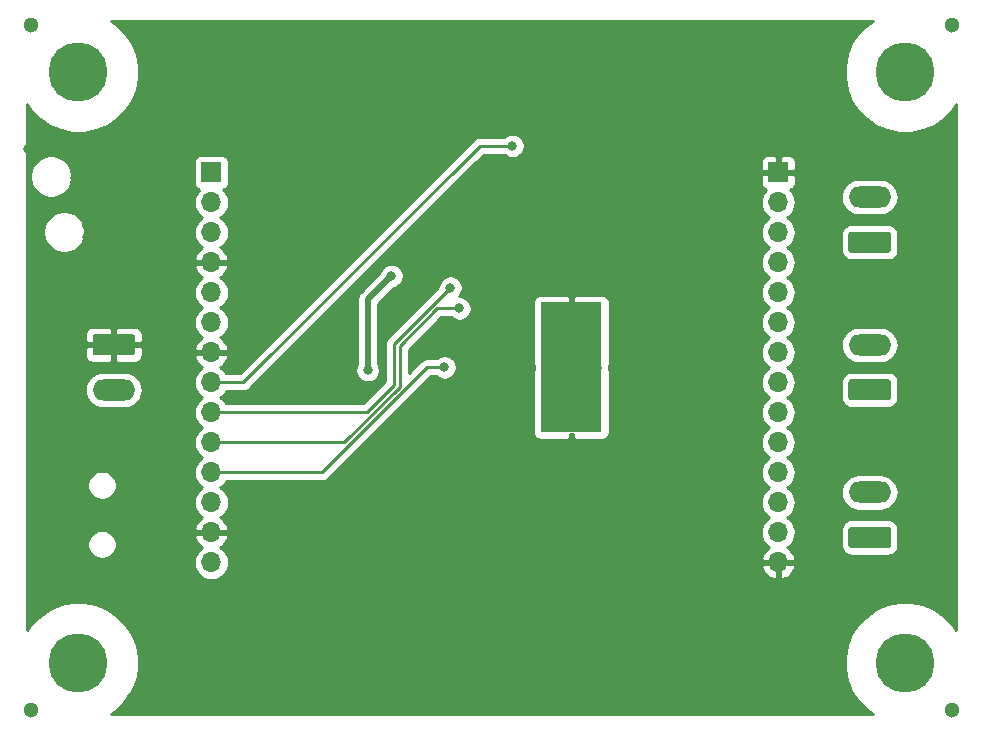
<source format=gbl>
G04 #@! TF.GenerationSoftware,KiCad,Pcbnew,(5.1.2-1)-1*
G04 #@! TF.CreationDate,2022-02-16T12:06:33-05:00*
G04 #@! TF.ProjectId,AmpClassD_Daugher,416d7043-6c61-4737-9344-5f4461756768,rev?*
G04 #@! TF.SameCoordinates,Original*
G04 #@! TF.FileFunction,Copper,L2,Bot*
G04 #@! TF.FilePolarity,Positive*
%FSLAX46Y46*%
G04 Gerber Fmt 4.6, Leading zero omitted, Abs format (unit mm)*
G04 Created by KiCad (PCBNEW (5.1.2-1)-1) date 2022-02-16 12:06:33*
%MOMM*%
%LPD*%
G04 APERTURE LIST*
%ADD10C,1.300000*%
%ADD11R,5.200000X11.000000*%
%ADD12C,0.600000*%
%ADD13O,1.700000X1.700000*%
%ADD14R,1.700000X1.700000*%
%ADD15C,5.000000*%
%ADD16C,0.100000*%
%ADD17C,1.800000*%
%ADD18O,3.600000X1.800000*%
%ADD19C,0.800000*%
%ADD20C,0.250000*%
%ADD21C,0.500000*%
%ADD22C,0.254000*%
G04 APERTURE END LIST*
D10*
X66000000Y-94000000D03*
X66000000Y-36000000D03*
X144000000Y-36000000D03*
X144000000Y-94000000D03*
D11*
X111750000Y-65000000D03*
D12*
X112500000Y-70200000D03*
X114000000Y-70200000D03*
X109500000Y-70200000D03*
X111000000Y-70200000D03*
X112500000Y-68900000D03*
X112500000Y-67600000D03*
X111000000Y-67600000D03*
X109500000Y-67600000D03*
X111000000Y-68900000D03*
X114000000Y-68900000D03*
X109500000Y-68900000D03*
X114000000Y-67600000D03*
X112500000Y-66300000D03*
X112500000Y-65000000D03*
X111000000Y-65000000D03*
X109500000Y-65000000D03*
X111000000Y-66300000D03*
X114000000Y-66300000D03*
X109500000Y-66300000D03*
X114000000Y-65000000D03*
X112500000Y-63700000D03*
X112500000Y-62400000D03*
X111000000Y-62400000D03*
X109500000Y-62400000D03*
X111000000Y-63700000D03*
X114000000Y-63700000D03*
X109500000Y-63700000D03*
X114000000Y-62400000D03*
X114000000Y-61100000D03*
X112500000Y-61100000D03*
X111000000Y-61100000D03*
X109500000Y-61100000D03*
X114000000Y-59800000D03*
X112500000Y-59800000D03*
X111000000Y-59800000D03*
X109500000Y-59800000D03*
D13*
X81250000Y-81520000D03*
X81250000Y-78980000D03*
X81250000Y-76440000D03*
X81250000Y-73900000D03*
X81250000Y-71360000D03*
X81250000Y-68820000D03*
X81250000Y-66280000D03*
X81250000Y-63740000D03*
X81250000Y-61200000D03*
X81250000Y-58660000D03*
X81250000Y-56120000D03*
X81250000Y-53580000D03*
X81250000Y-51040000D03*
D14*
X81250000Y-48500000D03*
X129250000Y-48500000D03*
D13*
X129250000Y-51040000D03*
X129250000Y-53580000D03*
X129250000Y-56120000D03*
X129250000Y-58660000D03*
X129250000Y-61200000D03*
X129250000Y-63740000D03*
X129250000Y-66280000D03*
X129250000Y-68820000D03*
X129250000Y-71360000D03*
X129250000Y-73900000D03*
X129250000Y-76440000D03*
X129250000Y-78980000D03*
X129250000Y-81520000D03*
D15*
X70000000Y-40000000D03*
X70000000Y-90000000D03*
X140000000Y-40000000D03*
X140000000Y-90000000D03*
D16*
G36*
X74574504Y-62196204D02*
G01*
X74598773Y-62199804D01*
X74622571Y-62205765D01*
X74645671Y-62214030D01*
X74667849Y-62224520D01*
X74688893Y-62237133D01*
X74708598Y-62251747D01*
X74726777Y-62268223D01*
X74743253Y-62286402D01*
X74757867Y-62306107D01*
X74770480Y-62327151D01*
X74780970Y-62349329D01*
X74789235Y-62372429D01*
X74795196Y-62396227D01*
X74798796Y-62420496D01*
X74800000Y-62445000D01*
X74800000Y-63745000D01*
X74798796Y-63769504D01*
X74795196Y-63793773D01*
X74789235Y-63817571D01*
X74780970Y-63840671D01*
X74770480Y-63862849D01*
X74757867Y-63883893D01*
X74743253Y-63903598D01*
X74726777Y-63921777D01*
X74708598Y-63938253D01*
X74688893Y-63952867D01*
X74667849Y-63965480D01*
X74645671Y-63975970D01*
X74622571Y-63984235D01*
X74598773Y-63990196D01*
X74574504Y-63993796D01*
X74550000Y-63995000D01*
X71450000Y-63995000D01*
X71425496Y-63993796D01*
X71401227Y-63990196D01*
X71377429Y-63984235D01*
X71354329Y-63975970D01*
X71332151Y-63965480D01*
X71311107Y-63952867D01*
X71291402Y-63938253D01*
X71273223Y-63921777D01*
X71256747Y-63903598D01*
X71242133Y-63883893D01*
X71229520Y-63862849D01*
X71219030Y-63840671D01*
X71210765Y-63817571D01*
X71204804Y-63793773D01*
X71201204Y-63769504D01*
X71200000Y-63745000D01*
X71200000Y-62445000D01*
X71201204Y-62420496D01*
X71204804Y-62396227D01*
X71210765Y-62372429D01*
X71219030Y-62349329D01*
X71229520Y-62327151D01*
X71242133Y-62306107D01*
X71256747Y-62286402D01*
X71273223Y-62268223D01*
X71291402Y-62251747D01*
X71311107Y-62237133D01*
X71332151Y-62224520D01*
X71354329Y-62214030D01*
X71377429Y-62205765D01*
X71401227Y-62199804D01*
X71425496Y-62196204D01*
X71450000Y-62195000D01*
X74550000Y-62195000D01*
X74574504Y-62196204D01*
X74574504Y-62196204D01*
G37*
D17*
X73000000Y-63095000D03*
D18*
X73000000Y-66905000D03*
D16*
G36*
X74574504Y-62196204D02*
G01*
X74598773Y-62199804D01*
X74622571Y-62205765D01*
X74645671Y-62214030D01*
X74667849Y-62224520D01*
X74688893Y-62237133D01*
X74708598Y-62251747D01*
X74726777Y-62268223D01*
X74743253Y-62286402D01*
X74757867Y-62306107D01*
X74770480Y-62327151D01*
X74780970Y-62349329D01*
X74789235Y-62372429D01*
X74795196Y-62396227D01*
X74798796Y-62420496D01*
X74800000Y-62445000D01*
X74800000Y-63745000D01*
X74798796Y-63769504D01*
X74795196Y-63793773D01*
X74789235Y-63817571D01*
X74780970Y-63840671D01*
X74770480Y-63862849D01*
X74757867Y-63883893D01*
X74743253Y-63903598D01*
X74726777Y-63921777D01*
X74708598Y-63938253D01*
X74688893Y-63952867D01*
X74667849Y-63965480D01*
X74645671Y-63975970D01*
X74622571Y-63984235D01*
X74598773Y-63990196D01*
X74574504Y-63993796D01*
X74550000Y-63995000D01*
X71450000Y-63995000D01*
X71425496Y-63993796D01*
X71401227Y-63990196D01*
X71377429Y-63984235D01*
X71354329Y-63975970D01*
X71332151Y-63965480D01*
X71311107Y-63952867D01*
X71291402Y-63938253D01*
X71273223Y-63921777D01*
X71256747Y-63903598D01*
X71242133Y-63883893D01*
X71229520Y-63862849D01*
X71219030Y-63840671D01*
X71210765Y-63817571D01*
X71204804Y-63793773D01*
X71201204Y-63769504D01*
X71200000Y-63745000D01*
X71200000Y-62445000D01*
X71201204Y-62420496D01*
X71204804Y-62396227D01*
X71210765Y-62372429D01*
X71219030Y-62349329D01*
X71229520Y-62327151D01*
X71242133Y-62306107D01*
X71256747Y-62286402D01*
X71273223Y-62268223D01*
X71291402Y-62251747D01*
X71311107Y-62237133D01*
X71332151Y-62224520D01*
X71354329Y-62214030D01*
X71377429Y-62205765D01*
X71401227Y-62199804D01*
X71425496Y-62196204D01*
X71450000Y-62195000D01*
X74550000Y-62195000D01*
X74574504Y-62196204D01*
X74574504Y-62196204D01*
G37*
D17*
X73000000Y-63095000D03*
D18*
X73000000Y-66905000D03*
X137000000Y-50595000D03*
D16*
G36*
X138574504Y-53506204D02*
G01*
X138598773Y-53509804D01*
X138622571Y-53515765D01*
X138645671Y-53524030D01*
X138667849Y-53534520D01*
X138688893Y-53547133D01*
X138708598Y-53561747D01*
X138726777Y-53578223D01*
X138743253Y-53596402D01*
X138757867Y-53616107D01*
X138770480Y-53637151D01*
X138780970Y-53659329D01*
X138789235Y-53682429D01*
X138795196Y-53706227D01*
X138798796Y-53730496D01*
X138800000Y-53755000D01*
X138800000Y-55055000D01*
X138798796Y-55079504D01*
X138795196Y-55103773D01*
X138789235Y-55127571D01*
X138780970Y-55150671D01*
X138770480Y-55172849D01*
X138757867Y-55193893D01*
X138743253Y-55213598D01*
X138726777Y-55231777D01*
X138708598Y-55248253D01*
X138688893Y-55262867D01*
X138667849Y-55275480D01*
X138645671Y-55285970D01*
X138622571Y-55294235D01*
X138598773Y-55300196D01*
X138574504Y-55303796D01*
X138550000Y-55305000D01*
X135450000Y-55305000D01*
X135425496Y-55303796D01*
X135401227Y-55300196D01*
X135377429Y-55294235D01*
X135354329Y-55285970D01*
X135332151Y-55275480D01*
X135311107Y-55262867D01*
X135291402Y-55248253D01*
X135273223Y-55231777D01*
X135256747Y-55213598D01*
X135242133Y-55193893D01*
X135229520Y-55172849D01*
X135219030Y-55150671D01*
X135210765Y-55127571D01*
X135204804Y-55103773D01*
X135201204Y-55079504D01*
X135200000Y-55055000D01*
X135200000Y-53755000D01*
X135201204Y-53730496D01*
X135204804Y-53706227D01*
X135210765Y-53682429D01*
X135219030Y-53659329D01*
X135229520Y-53637151D01*
X135242133Y-53616107D01*
X135256747Y-53596402D01*
X135273223Y-53578223D01*
X135291402Y-53561747D01*
X135311107Y-53547133D01*
X135332151Y-53534520D01*
X135354329Y-53524030D01*
X135377429Y-53515765D01*
X135401227Y-53509804D01*
X135425496Y-53506204D01*
X135450000Y-53505000D01*
X138550000Y-53505000D01*
X138574504Y-53506204D01*
X138574504Y-53506204D01*
G37*
D17*
X137000000Y-54405000D03*
D18*
X137000000Y-50595000D03*
D16*
G36*
X138574504Y-53506204D02*
G01*
X138598773Y-53509804D01*
X138622571Y-53515765D01*
X138645671Y-53524030D01*
X138667849Y-53534520D01*
X138688893Y-53547133D01*
X138708598Y-53561747D01*
X138726777Y-53578223D01*
X138743253Y-53596402D01*
X138757867Y-53616107D01*
X138770480Y-53637151D01*
X138780970Y-53659329D01*
X138789235Y-53682429D01*
X138795196Y-53706227D01*
X138798796Y-53730496D01*
X138800000Y-53755000D01*
X138800000Y-55055000D01*
X138798796Y-55079504D01*
X138795196Y-55103773D01*
X138789235Y-55127571D01*
X138780970Y-55150671D01*
X138770480Y-55172849D01*
X138757867Y-55193893D01*
X138743253Y-55213598D01*
X138726777Y-55231777D01*
X138708598Y-55248253D01*
X138688893Y-55262867D01*
X138667849Y-55275480D01*
X138645671Y-55285970D01*
X138622571Y-55294235D01*
X138598773Y-55300196D01*
X138574504Y-55303796D01*
X138550000Y-55305000D01*
X135450000Y-55305000D01*
X135425496Y-55303796D01*
X135401227Y-55300196D01*
X135377429Y-55294235D01*
X135354329Y-55285970D01*
X135332151Y-55275480D01*
X135311107Y-55262867D01*
X135291402Y-55248253D01*
X135273223Y-55231777D01*
X135256747Y-55213598D01*
X135242133Y-55193893D01*
X135229520Y-55172849D01*
X135219030Y-55150671D01*
X135210765Y-55127571D01*
X135204804Y-55103773D01*
X135201204Y-55079504D01*
X135200000Y-55055000D01*
X135200000Y-53755000D01*
X135201204Y-53730496D01*
X135204804Y-53706227D01*
X135210765Y-53682429D01*
X135219030Y-53659329D01*
X135229520Y-53637151D01*
X135242133Y-53616107D01*
X135256747Y-53596402D01*
X135273223Y-53578223D01*
X135291402Y-53561747D01*
X135311107Y-53547133D01*
X135332151Y-53534520D01*
X135354329Y-53524030D01*
X135377429Y-53515765D01*
X135401227Y-53509804D01*
X135425496Y-53506204D01*
X135450000Y-53505000D01*
X138550000Y-53505000D01*
X138574504Y-53506204D01*
X138574504Y-53506204D01*
G37*
D17*
X137000000Y-54405000D03*
D16*
G36*
X138574504Y-66006204D02*
G01*
X138598773Y-66009804D01*
X138622571Y-66015765D01*
X138645671Y-66024030D01*
X138667849Y-66034520D01*
X138688893Y-66047133D01*
X138708598Y-66061747D01*
X138726777Y-66078223D01*
X138743253Y-66096402D01*
X138757867Y-66116107D01*
X138770480Y-66137151D01*
X138780970Y-66159329D01*
X138789235Y-66182429D01*
X138795196Y-66206227D01*
X138798796Y-66230496D01*
X138800000Y-66255000D01*
X138800000Y-67555000D01*
X138798796Y-67579504D01*
X138795196Y-67603773D01*
X138789235Y-67627571D01*
X138780970Y-67650671D01*
X138770480Y-67672849D01*
X138757867Y-67693893D01*
X138743253Y-67713598D01*
X138726777Y-67731777D01*
X138708598Y-67748253D01*
X138688893Y-67762867D01*
X138667849Y-67775480D01*
X138645671Y-67785970D01*
X138622571Y-67794235D01*
X138598773Y-67800196D01*
X138574504Y-67803796D01*
X138550000Y-67805000D01*
X135450000Y-67805000D01*
X135425496Y-67803796D01*
X135401227Y-67800196D01*
X135377429Y-67794235D01*
X135354329Y-67785970D01*
X135332151Y-67775480D01*
X135311107Y-67762867D01*
X135291402Y-67748253D01*
X135273223Y-67731777D01*
X135256747Y-67713598D01*
X135242133Y-67693893D01*
X135229520Y-67672849D01*
X135219030Y-67650671D01*
X135210765Y-67627571D01*
X135204804Y-67603773D01*
X135201204Y-67579504D01*
X135200000Y-67555000D01*
X135200000Y-66255000D01*
X135201204Y-66230496D01*
X135204804Y-66206227D01*
X135210765Y-66182429D01*
X135219030Y-66159329D01*
X135229520Y-66137151D01*
X135242133Y-66116107D01*
X135256747Y-66096402D01*
X135273223Y-66078223D01*
X135291402Y-66061747D01*
X135311107Y-66047133D01*
X135332151Y-66034520D01*
X135354329Y-66024030D01*
X135377429Y-66015765D01*
X135401227Y-66009804D01*
X135425496Y-66006204D01*
X135450000Y-66005000D01*
X138550000Y-66005000D01*
X138574504Y-66006204D01*
X138574504Y-66006204D01*
G37*
D17*
X137000000Y-66905000D03*
D18*
X137000000Y-63095000D03*
D16*
G36*
X138574504Y-66006204D02*
G01*
X138598773Y-66009804D01*
X138622571Y-66015765D01*
X138645671Y-66024030D01*
X138667849Y-66034520D01*
X138688893Y-66047133D01*
X138708598Y-66061747D01*
X138726777Y-66078223D01*
X138743253Y-66096402D01*
X138757867Y-66116107D01*
X138770480Y-66137151D01*
X138780970Y-66159329D01*
X138789235Y-66182429D01*
X138795196Y-66206227D01*
X138798796Y-66230496D01*
X138800000Y-66255000D01*
X138800000Y-67555000D01*
X138798796Y-67579504D01*
X138795196Y-67603773D01*
X138789235Y-67627571D01*
X138780970Y-67650671D01*
X138770480Y-67672849D01*
X138757867Y-67693893D01*
X138743253Y-67713598D01*
X138726777Y-67731777D01*
X138708598Y-67748253D01*
X138688893Y-67762867D01*
X138667849Y-67775480D01*
X138645671Y-67785970D01*
X138622571Y-67794235D01*
X138598773Y-67800196D01*
X138574504Y-67803796D01*
X138550000Y-67805000D01*
X135450000Y-67805000D01*
X135425496Y-67803796D01*
X135401227Y-67800196D01*
X135377429Y-67794235D01*
X135354329Y-67785970D01*
X135332151Y-67775480D01*
X135311107Y-67762867D01*
X135291402Y-67748253D01*
X135273223Y-67731777D01*
X135256747Y-67713598D01*
X135242133Y-67693893D01*
X135229520Y-67672849D01*
X135219030Y-67650671D01*
X135210765Y-67627571D01*
X135204804Y-67603773D01*
X135201204Y-67579504D01*
X135200000Y-67555000D01*
X135200000Y-66255000D01*
X135201204Y-66230496D01*
X135204804Y-66206227D01*
X135210765Y-66182429D01*
X135219030Y-66159329D01*
X135229520Y-66137151D01*
X135242133Y-66116107D01*
X135256747Y-66096402D01*
X135273223Y-66078223D01*
X135291402Y-66061747D01*
X135311107Y-66047133D01*
X135332151Y-66034520D01*
X135354329Y-66024030D01*
X135377429Y-66015765D01*
X135401227Y-66009804D01*
X135425496Y-66006204D01*
X135450000Y-66005000D01*
X138550000Y-66005000D01*
X138574504Y-66006204D01*
X138574504Y-66006204D01*
G37*
D17*
X137000000Y-66905000D03*
D18*
X137000000Y-63095000D03*
X137000000Y-75595000D03*
D16*
G36*
X138574504Y-78506204D02*
G01*
X138598773Y-78509804D01*
X138622571Y-78515765D01*
X138645671Y-78524030D01*
X138667849Y-78534520D01*
X138688893Y-78547133D01*
X138708598Y-78561747D01*
X138726777Y-78578223D01*
X138743253Y-78596402D01*
X138757867Y-78616107D01*
X138770480Y-78637151D01*
X138780970Y-78659329D01*
X138789235Y-78682429D01*
X138795196Y-78706227D01*
X138798796Y-78730496D01*
X138800000Y-78755000D01*
X138800000Y-80055000D01*
X138798796Y-80079504D01*
X138795196Y-80103773D01*
X138789235Y-80127571D01*
X138780970Y-80150671D01*
X138770480Y-80172849D01*
X138757867Y-80193893D01*
X138743253Y-80213598D01*
X138726777Y-80231777D01*
X138708598Y-80248253D01*
X138688893Y-80262867D01*
X138667849Y-80275480D01*
X138645671Y-80285970D01*
X138622571Y-80294235D01*
X138598773Y-80300196D01*
X138574504Y-80303796D01*
X138550000Y-80305000D01*
X135450000Y-80305000D01*
X135425496Y-80303796D01*
X135401227Y-80300196D01*
X135377429Y-80294235D01*
X135354329Y-80285970D01*
X135332151Y-80275480D01*
X135311107Y-80262867D01*
X135291402Y-80248253D01*
X135273223Y-80231777D01*
X135256747Y-80213598D01*
X135242133Y-80193893D01*
X135229520Y-80172849D01*
X135219030Y-80150671D01*
X135210765Y-80127571D01*
X135204804Y-80103773D01*
X135201204Y-80079504D01*
X135200000Y-80055000D01*
X135200000Y-78755000D01*
X135201204Y-78730496D01*
X135204804Y-78706227D01*
X135210765Y-78682429D01*
X135219030Y-78659329D01*
X135229520Y-78637151D01*
X135242133Y-78616107D01*
X135256747Y-78596402D01*
X135273223Y-78578223D01*
X135291402Y-78561747D01*
X135311107Y-78547133D01*
X135332151Y-78534520D01*
X135354329Y-78524030D01*
X135377429Y-78515765D01*
X135401227Y-78509804D01*
X135425496Y-78506204D01*
X135450000Y-78505000D01*
X138550000Y-78505000D01*
X138574504Y-78506204D01*
X138574504Y-78506204D01*
G37*
D17*
X137000000Y-79405000D03*
D18*
X137000000Y-75595000D03*
D16*
G36*
X138574504Y-78506204D02*
G01*
X138598773Y-78509804D01*
X138622571Y-78515765D01*
X138645671Y-78524030D01*
X138667849Y-78534520D01*
X138688893Y-78547133D01*
X138708598Y-78561747D01*
X138726777Y-78578223D01*
X138743253Y-78596402D01*
X138757867Y-78616107D01*
X138770480Y-78637151D01*
X138780970Y-78659329D01*
X138789235Y-78682429D01*
X138795196Y-78706227D01*
X138798796Y-78730496D01*
X138800000Y-78755000D01*
X138800000Y-80055000D01*
X138798796Y-80079504D01*
X138795196Y-80103773D01*
X138789235Y-80127571D01*
X138780970Y-80150671D01*
X138770480Y-80172849D01*
X138757867Y-80193893D01*
X138743253Y-80213598D01*
X138726777Y-80231777D01*
X138708598Y-80248253D01*
X138688893Y-80262867D01*
X138667849Y-80275480D01*
X138645671Y-80285970D01*
X138622571Y-80294235D01*
X138598773Y-80300196D01*
X138574504Y-80303796D01*
X138550000Y-80305000D01*
X135450000Y-80305000D01*
X135425496Y-80303796D01*
X135401227Y-80300196D01*
X135377429Y-80294235D01*
X135354329Y-80285970D01*
X135332151Y-80275480D01*
X135311107Y-80262867D01*
X135291402Y-80248253D01*
X135273223Y-80231777D01*
X135256747Y-80213598D01*
X135242133Y-80193893D01*
X135229520Y-80172849D01*
X135219030Y-80150671D01*
X135210765Y-80127571D01*
X135204804Y-80103773D01*
X135201204Y-80079504D01*
X135200000Y-80055000D01*
X135200000Y-78755000D01*
X135201204Y-78730496D01*
X135204804Y-78706227D01*
X135210765Y-78682429D01*
X135219030Y-78659329D01*
X135229520Y-78637151D01*
X135242133Y-78616107D01*
X135256747Y-78596402D01*
X135273223Y-78578223D01*
X135291402Y-78561747D01*
X135311107Y-78547133D01*
X135332151Y-78534520D01*
X135354329Y-78524030D01*
X135377429Y-78515765D01*
X135401227Y-78509804D01*
X135425496Y-78506204D01*
X135450000Y-78505000D01*
X138550000Y-78505000D01*
X138574504Y-78506204D01*
X138574504Y-78506204D01*
G37*
D17*
X137000000Y-79405000D03*
D19*
X71750000Y-49000000D03*
X69750000Y-46500000D03*
X72750000Y-49000000D03*
X70750000Y-49000000D03*
X69750000Y-49000000D03*
X73750000Y-49000000D03*
X71750000Y-50000000D03*
X73750000Y-50000000D03*
X72750000Y-50000000D03*
X69750000Y-50000000D03*
X70750000Y-50000000D03*
X70750000Y-51000000D03*
X71750000Y-51000000D03*
X72750000Y-51000000D03*
X69750000Y-51000000D03*
X68750000Y-46500000D03*
X67750000Y-46500000D03*
X66750000Y-46500000D03*
X65750000Y-46500000D03*
X71750000Y-52000000D03*
X70750000Y-52000000D03*
X71750000Y-53000000D03*
X70750000Y-53000000D03*
X74750000Y-49000000D03*
X68750000Y-51000000D03*
X67750000Y-51000000D03*
X71750000Y-54000000D03*
X70750000Y-54000000D03*
X74250000Y-80500000D03*
X74250000Y-79500000D03*
X76250000Y-78500000D03*
X75250000Y-78500000D03*
X74250000Y-78500000D03*
X95000000Y-72250000D03*
X96500000Y-60500000D03*
X95000000Y-52750000D03*
X96500000Y-79750000D03*
X101500000Y-76000000D03*
X101500000Y-77250000D03*
X101500000Y-78500000D03*
X122375000Y-64625000D03*
X122375000Y-65375000D03*
X121000000Y-63500000D03*
X121000000Y-64250000D03*
X121500000Y-65000000D03*
X92750000Y-63500000D03*
X93000000Y-83000000D03*
X94000000Y-83000000D03*
X92000000Y-83000000D03*
X97250000Y-83000000D03*
X109500000Y-84250000D03*
X113750000Y-76000000D03*
X112750000Y-76000000D03*
X111750000Y-76000000D03*
X110750000Y-76000000D03*
X113750000Y-77000000D03*
X113750000Y-78000000D03*
X113750000Y-79000000D03*
X113750000Y-80000000D03*
X112750000Y-80000000D03*
X111750000Y-80000000D03*
X110750000Y-80000000D03*
X111750000Y-75000000D03*
X110750000Y-75000000D03*
X112750000Y-75000000D03*
X113750000Y-75000000D03*
X113750000Y-81000000D03*
X112750000Y-81000000D03*
X111750000Y-81000000D03*
X110750000Y-81000000D03*
X111750000Y-50000000D03*
X110750000Y-50000000D03*
X112750000Y-50000000D03*
X113750000Y-50000000D03*
X112750000Y-54000000D03*
X110750000Y-55000000D03*
X113750000Y-49000000D03*
X112750000Y-49000000D03*
X111750000Y-49000000D03*
X113750000Y-51000000D03*
X110750000Y-49000000D03*
X111750000Y-55000000D03*
X110750000Y-54000000D03*
X113750000Y-55000000D03*
X112750000Y-55000000D03*
X113750000Y-52000000D03*
X111750000Y-54000000D03*
X113750000Y-53000000D03*
X113750000Y-54000000D03*
X87750000Y-43750000D03*
X87750000Y-42750000D03*
X87750000Y-41750000D03*
X86750000Y-41750000D03*
X87750000Y-40750000D03*
X86750000Y-40750000D03*
X85750000Y-40750000D03*
X85750000Y-41750000D03*
X87750000Y-44750000D03*
X87750000Y-45750000D03*
X86750000Y-45750000D03*
X85750000Y-45750000D03*
X85750000Y-46750000D03*
X86750000Y-46750000D03*
X84750000Y-40750000D03*
X84750000Y-41750000D03*
X84750000Y-45750000D03*
X84750000Y-46750000D03*
X79500000Y-90000000D03*
X79500000Y-91000000D03*
X80500000Y-91000000D03*
X80500000Y-92000000D03*
X79500000Y-92000000D03*
X78500000Y-92000000D03*
X77500000Y-92000000D03*
X81500000Y-92000000D03*
X80500000Y-93000000D03*
X77500000Y-93000000D03*
X81500000Y-93000000D03*
X79500000Y-93000000D03*
X78500000Y-93000000D03*
X76500000Y-93000000D03*
X82500000Y-93000000D03*
X78500000Y-94000000D03*
X77500000Y-94000000D03*
X81500000Y-94000000D03*
X79500000Y-94000000D03*
X80500000Y-94000000D03*
X82500000Y-94000000D03*
X76500000Y-94000000D03*
X75500000Y-94000000D03*
X75500000Y-93000000D03*
X74500000Y-94000000D03*
X74500000Y-93000000D03*
X83500000Y-94000000D03*
X83500000Y-93000000D03*
X84500000Y-93000000D03*
X84500000Y-94000000D03*
X102270000Y-60020000D03*
X96500000Y-57250000D03*
X94500000Y-65250000D03*
X101000000Y-65000000D03*
X101500000Y-58250000D03*
X106750000Y-46250000D03*
D20*
X92526410Y-71360000D02*
X97200010Y-66686400D01*
X81250000Y-71360000D02*
X92526410Y-71360000D01*
X97200010Y-66686400D02*
X97200010Y-63186400D01*
X100366410Y-60020000D02*
X102270000Y-60020000D01*
X97200010Y-63186400D02*
X100366410Y-60020000D01*
D21*
X96500000Y-57250000D02*
X94500000Y-59250000D01*
X94500000Y-59250000D02*
X94500000Y-65250000D01*
D20*
X90622820Y-73900000D02*
X99522820Y-65000000D01*
X99522820Y-65000000D02*
X101000000Y-65000000D01*
X81250000Y-73900000D02*
X90622820Y-73900000D01*
X101500000Y-58250000D02*
X96750000Y-63000000D01*
X96750000Y-63000000D02*
X96750000Y-66500000D01*
X94430000Y-68820000D02*
X81250000Y-68820000D01*
X96750000Y-66500000D02*
X94430000Y-68820000D01*
X106750000Y-46250000D02*
X104000000Y-46250000D01*
X83970000Y-66280000D02*
X81250000Y-66280000D01*
X104000000Y-46250000D02*
X83970000Y-66280000D01*
D22*
G36*
X136731728Y-36017599D02*
G01*
X136017599Y-36731728D01*
X135456512Y-37571455D01*
X135070028Y-38504509D01*
X134873000Y-39495035D01*
X134873000Y-40504965D01*
X135070028Y-41495491D01*
X135456512Y-42428545D01*
X136017599Y-43268272D01*
X136731728Y-43982401D01*
X137571455Y-44543488D01*
X138504509Y-44929972D01*
X139495035Y-45127000D01*
X140504965Y-45127000D01*
X141495491Y-44929972D01*
X142428545Y-44543488D01*
X143268272Y-43982401D01*
X143982401Y-43268272D01*
X144340001Y-42733085D01*
X144340000Y-87266914D01*
X143982401Y-86731728D01*
X143268272Y-86017599D01*
X142428545Y-85456512D01*
X141495491Y-85070028D01*
X140504965Y-84873000D01*
X139495035Y-84873000D01*
X138504509Y-85070028D01*
X137571455Y-85456512D01*
X136731728Y-86017599D01*
X136017599Y-86731728D01*
X135456512Y-87571455D01*
X135070028Y-88504509D01*
X134873000Y-89495035D01*
X134873000Y-90504965D01*
X135070028Y-91495491D01*
X135456512Y-92428545D01*
X136017599Y-93268272D01*
X136731728Y-93982401D01*
X137266913Y-94340000D01*
X72733087Y-94340000D01*
X73268272Y-93982401D01*
X73982401Y-93268272D01*
X74543488Y-92428545D01*
X74929972Y-91495491D01*
X75127000Y-90504965D01*
X75127000Y-89495035D01*
X74929972Y-88504509D01*
X74543488Y-87571455D01*
X73982401Y-86731728D01*
X73268272Y-86017599D01*
X72428545Y-85456512D01*
X71495491Y-85070028D01*
X70504965Y-84873000D01*
X69495035Y-84873000D01*
X68504509Y-85070028D01*
X67571455Y-85456512D01*
X66731728Y-86017599D01*
X66017599Y-86731728D01*
X65660000Y-87266913D01*
X65660000Y-81520000D01*
X79757815Y-81520000D01*
X79786487Y-81811111D01*
X79871401Y-82091034D01*
X80009294Y-82349014D01*
X80194866Y-82575134D01*
X80420986Y-82760706D01*
X80678966Y-82898599D01*
X80958889Y-82983513D01*
X81177050Y-83005000D01*
X81322950Y-83005000D01*
X81541111Y-82983513D01*
X81821034Y-82898599D01*
X82079014Y-82760706D01*
X82305134Y-82575134D01*
X82490706Y-82349014D01*
X82628599Y-82091034D01*
X82693559Y-81876890D01*
X127808524Y-81876890D01*
X127853175Y-82024099D01*
X127978359Y-82286920D01*
X128152412Y-82520269D01*
X128368645Y-82715178D01*
X128618748Y-82864157D01*
X128893109Y-82961481D01*
X129123000Y-82840814D01*
X129123000Y-81647000D01*
X129377000Y-81647000D01*
X129377000Y-82840814D01*
X129606891Y-82961481D01*
X129881252Y-82864157D01*
X130131355Y-82715178D01*
X130347588Y-82520269D01*
X130521641Y-82286920D01*
X130646825Y-82024099D01*
X130691476Y-81876890D01*
X130570155Y-81647000D01*
X129377000Y-81647000D01*
X129123000Y-81647000D01*
X127929845Y-81647000D01*
X127808524Y-81876890D01*
X82693559Y-81876890D01*
X82713513Y-81811111D01*
X82742185Y-81520000D01*
X82713513Y-81228889D01*
X82628599Y-80948966D01*
X82490706Y-80690986D01*
X82305134Y-80464866D01*
X82079014Y-80279294D01*
X82014477Y-80244799D01*
X82131355Y-80175178D01*
X82347588Y-79980269D01*
X82521641Y-79746920D01*
X82646825Y-79484099D01*
X82691476Y-79336890D01*
X82570155Y-79107000D01*
X81377000Y-79107000D01*
X81377000Y-79127000D01*
X81123000Y-79127000D01*
X81123000Y-79107000D01*
X79929845Y-79107000D01*
X79808524Y-79336890D01*
X79853175Y-79484099D01*
X79978359Y-79746920D01*
X80152412Y-79980269D01*
X80368645Y-80175178D01*
X80485523Y-80244799D01*
X80420986Y-80279294D01*
X80194866Y-80464866D01*
X80009294Y-80690986D01*
X79871401Y-80948966D01*
X79786487Y-81228889D01*
X79757815Y-81520000D01*
X65660000Y-81520000D01*
X65660000Y-79878363D01*
X70765000Y-79878363D01*
X70765000Y-80121637D01*
X70812460Y-80360236D01*
X70905557Y-80584992D01*
X71040713Y-80787267D01*
X71212733Y-80959287D01*
X71415008Y-81094443D01*
X71639764Y-81187540D01*
X71878363Y-81235000D01*
X72121637Y-81235000D01*
X72360236Y-81187540D01*
X72584992Y-81094443D01*
X72787267Y-80959287D01*
X72959287Y-80787267D01*
X73094443Y-80584992D01*
X73187540Y-80360236D01*
X73235000Y-80121637D01*
X73235000Y-79878363D01*
X73187540Y-79639764D01*
X73094443Y-79415008D01*
X72959287Y-79212733D01*
X72787267Y-79040713D01*
X72584992Y-78905557D01*
X72360236Y-78812460D01*
X72121637Y-78765000D01*
X71878363Y-78765000D01*
X71639764Y-78812460D01*
X71415008Y-78905557D01*
X71212733Y-79040713D01*
X71040713Y-79212733D01*
X70905557Y-79415008D01*
X70812460Y-79639764D01*
X70765000Y-79878363D01*
X65660000Y-79878363D01*
X65660000Y-74878363D01*
X70765000Y-74878363D01*
X70765000Y-75121637D01*
X70812460Y-75360236D01*
X70905557Y-75584992D01*
X71040713Y-75787267D01*
X71212733Y-75959287D01*
X71415008Y-76094443D01*
X71639764Y-76187540D01*
X71878363Y-76235000D01*
X72121637Y-76235000D01*
X72360236Y-76187540D01*
X72584992Y-76094443D01*
X72787267Y-75959287D01*
X72959287Y-75787267D01*
X73094443Y-75584992D01*
X73187540Y-75360236D01*
X73235000Y-75121637D01*
X73235000Y-74878363D01*
X73187540Y-74639764D01*
X73094443Y-74415008D01*
X72959287Y-74212733D01*
X72787267Y-74040713D01*
X72584992Y-73905557D01*
X72360236Y-73812460D01*
X72121637Y-73765000D01*
X71878363Y-73765000D01*
X71639764Y-73812460D01*
X71415008Y-73905557D01*
X71212733Y-74040713D01*
X71040713Y-74212733D01*
X70905557Y-74415008D01*
X70812460Y-74639764D01*
X70765000Y-74878363D01*
X65660000Y-74878363D01*
X65660000Y-66905000D01*
X70557573Y-66905000D01*
X70587210Y-67205913D01*
X70674983Y-67495261D01*
X70817519Y-67761927D01*
X71009339Y-67995661D01*
X71243073Y-68187481D01*
X71509739Y-68330017D01*
X71799087Y-68417790D01*
X72024592Y-68440000D01*
X73975408Y-68440000D01*
X74200913Y-68417790D01*
X74490261Y-68330017D01*
X74756927Y-68187481D01*
X74990661Y-67995661D01*
X75182481Y-67761927D01*
X75325017Y-67495261D01*
X75412790Y-67205913D01*
X75442427Y-66905000D01*
X75412790Y-66604087D01*
X75325017Y-66314739D01*
X75306449Y-66280000D01*
X79757815Y-66280000D01*
X79786487Y-66571111D01*
X79871401Y-66851034D01*
X80009294Y-67109014D01*
X80194866Y-67335134D01*
X80420986Y-67520706D01*
X80475791Y-67550000D01*
X80420986Y-67579294D01*
X80194866Y-67764866D01*
X80009294Y-67990986D01*
X79871401Y-68248966D01*
X79786487Y-68528889D01*
X79757815Y-68820000D01*
X79786487Y-69111111D01*
X79871401Y-69391034D01*
X80009294Y-69649014D01*
X80194866Y-69875134D01*
X80420986Y-70060706D01*
X80475791Y-70090000D01*
X80420986Y-70119294D01*
X80194866Y-70304866D01*
X80009294Y-70530986D01*
X79871401Y-70788966D01*
X79786487Y-71068889D01*
X79757815Y-71360000D01*
X79786487Y-71651111D01*
X79871401Y-71931034D01*
X80009294Y-72189014D01*
X80194866Y-72415134D01*
X80420986Y-72600706D01*
X80475791Y-72630000D01*
X80420986Y-72659294D01*
X80194866Y-72844866D01*
X80009294Y-73070986D01*
X79871401Y-73328966D01*
X79786487Y-73608889D01*
X79757815Y-73900000D01*
X79786487Y-74191111D01*
X79871401Y-74471034D01*
X80009294Y-74729014D01*
X80194866Y-74955134D01*
X80420986Y-75140706D01*
X80475791Y-75170000D01*
X80420986Y-75199294D01*
X80194866Y-75384866D01*
X80009294Y-75610986D01*
X79871401Y-75868966D01*
X79786487Y-76148889D01*
X79757815Y-76440000D01*
X79786487Y-76731111D01*
X79871401Y-77011034D01*
X80009294Y-77269014D01*
X80194866Y-77495134D01*
X80420986Y-77680706D01*
X80485523Y-77715201D01*
X80368645Y-77784822D01*
X80152412Y-77979731D01*
X79978359Y-78213080D01*
X79853175Y-78475901D01*
X79808524Y-78623110D01*
X79929845Y-78853000D01*
X81123000Y-78853000D01*
X81123000Y-78833000D01*
X81377000Y-78833000D01*
X81377000Y-78853000D01*
X82570155Y-78853000D01*
X82691476Y-78623110D01*
X82646825Y-78475901D01*
X82521641Y-78213080D01*
X82347588Y-77979731D01*
X82131355Y-77784822D01*
X82014477Y-77715201D01*
X82079014Y-77680706D01*
X82305134Y-77495134D01*
X82490706Y-77269014D01*
X82628599Y-77011034D01*
X82713513Y-76731111D01*
X82742185Y-76440000D01*
X82713513Y-76148889D01*
X82628599Y-75868966D01*
X82490706Y-75610986D01*
X82305134Y-75384866D01*
X82079014Y-75199294D01*
X82024209Y-75170000D01*
X82079014Y-75140706D01*
X82305134Y-74955134D01*
X82490706Y-74729014D01*
X82527595Y-74660000D01*
X90585498Y-74660000D01*
X90622820Y-74663676D01*
X90660142Y-74660000D01*
X90660153Y-74660000D01*
X90771806Y-74649003D01*
X90915067Y-74605546D01*
X91047096Y-74534974D01*
X91162821Y-74440001D01*
X91186624Y-74410997D01*
X99837622Y-65760000D01*
X100296289Y-65760000D01*
X100340226Y-65803937D01*
X100509744Y-65917205D01*
X100698102Y-65995226D01*
X100898061Y-66035000D01*
X101101939Y-66035000D01*
X101301898Y-65995226D01*
X101490256Y-65917205D01*
X101659774Y-65803937D01*
X101803937Y-65659774D01*
X101917205Y-65490256D01*
X101995226Y-65301898D01*
X102035000Y-65101939D01*
X102035000Y-64898061D01*
X101995226Y-64698102D01*
X101917205Y-64509744D01*
X101803937Y-64340226D01*
X101659774Y-64196063D01*
X101490256Y-64082795D01*
X101301898Y-64004774D01*
X101101939Y-63965000D01*
X100898061Y-63965000D01*
X100698102Y-64004774D01*
X100509744Y-64082795D01*
X100340226Y-64196063D01*
X100296289Y-64240000D01*
X99560145Y-64240000D01*
X99522820Y-64236324D01*
X99485495Y-64240000D01*
X99485487Y-64240000D01*
X99373834Y-64250997D01*
X99230573Y-64294454D01*
X99098544Y-64365026D01*
X98982819Y-64459999D01*
X98959021Y-64488997D01*
X97960010Y-65488008D01*
X97960010Y-63501201D01*
X100681212Y-60780000D01*
X101566289Y-60780000D01*
X101610226Y-60823937D01*
X101779744Y-60937205D01*
X101968102Y-61015226D01*
X102168061Y-61055000D01*
X102371939Y-61055000D01*
X102571898Y-61015226D01*
X102760256Y-60937205D01*
X102929774Y-60823937D01*
X103073937Y-60679774D01*
X103187205Y-60510256D01*
X103265226Y-60321898D01*
X103305000Y-60121939D01*
X103305000Y-59918061D01*
X103265226Y-59718102D01*
X103187205Y-59529744D01*
X103167331Y-59500000D01*
X108511928Y-59500000D01*
X108515000Y-64714250D01*
X108588880Y-64788130D01*
X108565172Y-64906176D01*
X108564829Y-65090355D01*
X108588785Y-65211965D01*
X108515000Y-65285750D01*
X108511928Y-70500000D01*
X108524188Y-70624482D01*
X108560498Y-70744180D01*
X108619463Y-70854494D01*
X108698815Y-70951185D01*
X108795506Y-71030537D01*
X108905820Y-71089502D01*
X109025518Y-71125812D01*
X109150000Y-71138072D01*
X111464250Y-71135000D01*
X111623000Y-70976250D01*
X111623000Y-70643395D01*
X111634541Y-70654936D01*
X111750000Y-70648655D01*
X111865459Y-70654936D01*
X111877000Y-70643395D01*
X111877000Y-70976250D01*
X112035750Y-71135000D01*
X114350000Y-71138072D01*
X114474482Y-71125812D01*
X114594180Y-71089502D01*
X114704494Y-71030537D01*
X114801185Y-70951185D01*
X114880537Y-70854494D01*
X114939502Y-70744180D01*
X114975812Y-70624482D01*
X114988072Y-70500000D01*
X114985000Y-65285750D01*
X114911120Y-65211870D01*
X114934828Y-65093824D01*
X114935171Y-64909645D01*
X114911215Y-64788035D01*
X114985000Y-64714250D01*
X114988072Y-59500000D01*
X114975812Y-59375518D01*
X114939502Y-59255820D01*
X114880537Y-59145506D01*
X114801185Y-59048815D01*
X114704494Y-58969463D01*
X114594180Y-58910498D01*
X114474482Y-58874188D01*
X114350000Y-58861928D01*
X112035750Y-58865000D01*
X111877000Y-59023750D01*
X111877000Y-59356605D01*
X111865459Y-59345064D01*
X111750000Y-59351345D01*
X111634541Y-59345064D01*
X111623000Y-59356605D01*
X111623000Y-59023750D01*
X111464250Y-58865000D01*
X109150000Y-58861928D01*
X109025518Y-58874188D01*
X108905820Y-58910498D01*
X108795506Y-58969463D01*
X108698815Y-59048815D01*
X108619463Y-59145506D01*
X108560498Y-59255820D01*
X108524188Y-59375518D01*
X108511928Y-59500000D01*
X103167331Y-59500000D01*
X103073937Y-59360226D01*
X102929774Y-59216063D01*
X102760256Y-59102795D01*
X102571898Y-59024774D01*
X102371939Y-58985000D01*
X102228711Y-58985000D01*
X102303937Y-58909774D01*
X102417205Y-58740256D01*
X102495226Y-58551898D01*
X102535000Y-58351939D01*
X102535000Y-58148061D01*
X102495226Y-57948102D01*
X102417205Y-57759744D01*
X102303937Y-57590226D01*
X102159774Y-57446063D01*
X101990256Y-57332795D01*
X101801898Y-57254774D01*
X101601939Y-57215000D01*
X101398061Y-57215000D01*
X101198102Y-57254774D01*
X101009744Y-57332795D01*
X100840226Y-57446063D01*
X100696063Y-57590226D01*
X100582795Y-57759744D01*
X100504774Y-57948102D01*
X100465000Y-58148061D01*
X100465000Y-58210197D01*
X96239003Y-62436196D01*
X96209999Y-62459999D01*
X96154871Y-62527174D01*
X96115026Y-62575724D01*
X96064067Y-62671061D01*
X96044454Y-62707754D01*
X96000997Y-62851015D01*
X95990000Y-62962668D01*
X95990000Y-62962678D01*
X95986324Y-63000000D01*
X95990000Y-63037323D01*
X95990001Y-66185196D01*
X94115199Y-68060000D01*
X82527595Y-68060000D01*
X82490706Y-67990986D01*
X82305134Y-67764866D01*
X82079014Y-67579294D01*
X82024209Y-67550000D01*
X82079014Y-67520706D01*
X82305134Y-67335134D01*
X82490706Y-67109014D01*
X82527595Y-67040000D01*
X83932678Y-67040000D01*
X83970000Y-67043676D01*
X84007322Y-67040000D01*
X84007333Y-67040000D01*
X84118986Y-67029003D01*
X84262247Y-66985546D01*
X84394276Y-66914974D01*
X84510001Y-66820001D01*
X84533804Y-66790997D01*
X86176740Y-65148061D01*
X93465000Y-65148061D01*
X93465000Y-65351939D01*
X93504774Y-65551898D01*
X93582795Y-65740256D01*
X93696063Y-65909774D01*
X93840226Y-66053937D01*
X94009744Y-66167205D01*
X94198102Y-66245226D01*
X94398061Y-66285000D01*
X94601939Y-66285000D01*
X94801898Y-66245226D01*
X94990256Y-66167205D01*
X95159774Y-66053937D01*
X95303937Y-65909774D01*
X95417205Y-65740256D01*
X95495226Y-65551898D01*
X95535000Y-65351939D01*
X95535000Y-65148061D01*
X95495226Y-64948102D01*
X95417205Y-64759744D01*
X95385000Y-64711546D01*
X95385000Y-59616578D01*
X96745044Y-58256535D01*
X96801898Y-58245226D01*
X96990256Y-58167205D01*
X97159774Y-58053937D01*
X97303937Y-57909774D01*
X97417205Y-57740256D01*
X97495226Y-57551898D01*
X97535000Y-57351939D01*
X97535000Y-57148061D01*
X97495226Y-56948102D01*
X97417205Y-56759744D01*
X97303937Y-56590226D01*
X97159774Y-56446063D01*
X96990256Y-56332795D01*
X96801898Y-56254774D01*
X96601939Y-56215000D01*
X96398061Y-56215000D01*
X96198102Y-56254774D01*
X96009744Y-56332795D01*
X95840226Y-56446063D01*
X95696063Y-56590226D01*
X95582795Y-56759744D01*
X95504774Y-56948102D01*
X95493465Y-57004956D01*
X93904956Y-58593466D01*
X93871183Y-58621183D01*
X93760589Y-58755942D01*
X93678411Y-58909688D01*
X93643157Y-59025904D01*
X93636207Y-59048815D01*
X93627805Y-59076511D01*
X93615000Y-59206524D01*
X93615000Y-59206531D01*
X93610719Y-59250000D01*
X93615000Y-59293469D01*
X93615001Y-64711544D01*
X93582795Y-64759744D01*
X93504774Y-64948102D01*
X93465000Y-65148061D01*
X86176740Y-65148061D01*
X100284801Y-51040000D01*
X127757815Y-51040000D01*
X127786487Y-51331111D01*
X127871401Y-51611034D01*
X128009294Y-51869014D01*
X128194866Y-52095134D01*
X128420986Y-52280706D01*
X128475791Y-52310000D01*
X128420986Y-52339294D01*
X128194866Y-52524866D01*
X128009294Y-52750986D01*
X127871401Y-53008966D01*
X127786487Y-53288889D01*
X127757815Y-53580000D01*
X127786487Y-53871111D01*
X127871401Y-54151034D01*
X128009294Y-54409014D01*
X128194866Y-54635134D01*
X128420986Y-54820706D01*
X128475791Y-54850000D01*
X128420986Y-54879294D01*
X128194866Y-55064866D01*
X128009294Y-55290986D01*
X127871401Y-55548966D01*
X127786487Y-55828889D01*
X127757815Y-56120000D01*
X127786487Y-56411111D01*
X127871401Y-56691034D01*
X128009294Y-56949014D01*
X128194866Y-57175134D01*
X128420986Y-57360706D01*
X128475791Y-57390000D01*
X128420986Y-57419294D01*
X128194866Y-57604866D01*
X128009294Y-57830986D01*
X127871401Y-58088966D01*
X127786487Y-58368889D01*
X127757815Y-58660000D01*
X127786487Y-58951111D01*
X127871401Y-59231034D01*
X128009294Y-59489014D01*
X128194866Y-59715134D01*
X128420986Y-59900706D01*
X128475791Y-59930000D01*
X128420986Y-59959294D01*
X128194866Y-60144866D01*
X128009294Y-60370986D01*
X127871401Y-60628966D01*
X127786487Y-60908889D01*
X127757815Y-61200000D01*
X127786487Y-61491111D01*
X127871401Y-61771034D01*
X128009294Y-62029014D01*
X128194866Y-62255134D01*
X128420986Y-62440706D01*
X128475791Y-62470000D01*
X128420986Y-62499294D01*
X128194866Y-62684866D01*
X128009294Y-62910986D01*
X127871401Y-63168966D01*
X127786487Y-63448889D01*
X127757815Y-63740000D01*
X127786487Y-64031111D01*
X127871401Y-64311034D01*
X128009294Y-64569014D01*
X128194866Y-64795134D01*
X128420986Y-64980706D01*
X128475791Y-65010000D01*
X128420986Y-65039294D01*
X128194866Y-65224866D01*
X128009294Y-65450986D01*
X127871401Y-65708966D01*
X127786487Y-65988889D01*
X127757815Y-66280000D01*
X127786487Y-66571111D01*
X127871401Y-66851034D01*
X128009294Y-67109014D01*
X128194866Y-67335134D01*
X128420986Y-67520706D01*
X128475791Y-67550000D01*
X128420986Y-67579294D01*
X128194866Y-67764866D01*
X128009294Y-67990986D01*
X127871401Y-68248966D01*
X127786487Y-68528889D01*
X127757815Y-68820000D01*
X127786487Y-69111111D01*
X127871401Y-69391034D01*
X128009294Y-69649014D01*
X128194866Y-69875134D01*
X128420986Y-70060706D01*
X128475791Y-70090000D01*
X128420986Y-70119294D01*
X128194866Y-70304866D01*
X128009294Y-70530986D01*
X127871401Y-70788966D01*
X127786487Y-71068889D01*
X127757815Y-71360000D01*
X127786487Y-71651111D01*
X127871401Y-71931034D01*
X128009294Y-72189014D01*
X128194866Y-72415134D01*
X128420986Y-72600706D01*
X128475791Y-72630000D01*
X128420986Y-72659294D01*
X128194866Y-72844866D01*
X128009294Y-73070986D01*
X127871401Y-73328966D01*
X127786487Y-73608889D01*
X127757815Y-73900000D01*
X127786487Y-74191111D01*
X127871401Y-74471034D01*
X128009294Y-74729014D01*
X128194866Y-74955134D01*
X128420986Y-75140706D01*
X128475791Y-75170000D01*
X128420986Y-75199294D01*
X128194866Y-75384866D01*
X128009294Y-75610986D01*
X127871401Y-75868966D01*
X127786487Y-76148889D01*
X127757815Y-76440000D01*
X127786487Y-76731111D01*
X127871401Y-77011034D01*
X128009294Y-77269014D01*
X128194866Y-77495134D01*
X128420986Y-77680706D01*
X128475791Y-77710000D01*
X128420986Y-77739294D01*
X128194866Y-77924866D01*
X128009294Y-78150986D01*
X127871401Y-78408966D01*
X127786487Y-78688889D01*
X127757815Y-78980000D01*
X127786487Y-79271111D01*
X127871401Y-79551034D01*
X128009294Y-79809014D01*
X128194866Y-80035134D01*
X128420986Y-80220706D01*
X128485523Y-80255201D01*
X128368645Y-80324822D01*
X128152412Y-80519731D01*
X127978359Y-80753080D01*
X127853175Y-81015901D01*
X127808524Y-81163110D01*
X127929845Y-81393000D01*
X129123000Y-81393000D01*
X129123000Y-81373000D01*
X129377000Y-81373000D01*
X129377000Y-81393000D01*
X130570155Y-81393000D01*
X130691476Y-81163110D01*
X130646825Y-81015901D01*
X130521641Y-80753080D01*
X130347588Y-80519731D01*
X130131355Y-80324822D01*
X130014477Y-80255201D01*
X130079014Y-80220706D01*
X130305134Y-80035134D01*
X130490706Y-79809014D01*
X130628599Y-79551034D01*
X130713513Y-79271111D01*
X130742185Y-78980000D01*
X130720025Y-78755000D01*
X134561928Y-78755000D01*
X134561928Y-80055000D01*
X134578992Y-80228254D01*
X134629528Y-80394850D01*
X134711595Y-80548386D01*
X134822038Y-80682962D01*
X134956614Y-80793405D01*
X135110150Y-80875472D01*
X135276746Y-80926008D01*
X135450000Y-80943072D01*
X138550000Y-80943072D01*
X138723254Y-80926008D01*
X138889850Y-80875472D01*
X139043386Y-80793405D01*
X139177962Y-80682962D01*
X139288405Y-80548386D01*
X139370472Y-80394850D01*
X139421008Y-80228254D01*
X139438072Y-80055000D01*
X139438072Y-78755000D01*
X139421008Y-78581746D01*
X139370472Y-78415150D01*
X139288405Y-78261614D01*
X139177962Y-78127038D01*
X139043386Y-78016595D01*
X138889850Y-77934528D01*
X138723254Y-77883992D01*
X138550000Y-77866928D01*
X135450000Y-77866928D01*
X135276746Y-77883992D01*
X135110150Y-77934528D01*
X134956614Y-78016595D01*
X134822038Y-78127038D01*
X134711595Y-78261614D01*
X134629528Y-78415150D01*
X134578992Y-78581746D01*
X134561928Y-78755000D01*
X130720025Y-78755000D01*
X130713513Y-78688889D01*
X130628599Y-78408966D01*
X130490706Y-78150986D01*
X130305134Y-77924866D01*
X130079014Y-77739294D01*
X130024209Y-77710000D01*
X130079014Y-77680706D01*
X130305134Y-77495134D01*
X130490706Y-77269014D01*
X130628599Y-77011034D01*
X130713513Y-76731111D01*
X130742185Y-76440000D01*
X130713513Y-76148889D01*
X130628599Y-75868966D01*
X130490706Y-75610986D01*
X130477587Y-75595000D01*
X134557573Y-75595000D01*
X134587210Y-75895913D01*
X134674983Y-76185261D01*
X134817519Y-76451927D01*
X135009339Y-76685661D01*
X135243073Y-76877481D01*
X135509739Y-77020017D01*
X135799087Y-77107790D01*
X136024592Y-77130000D01*
X137975408Y-77130000D01*
X138200913Y-77107790D01*
X138490261Y-77020017D01*
X138756927Y-76877481D01*
X138990661Y-76685661D01*
X139182481Y-76451927D01*
X139325017Y-76185261D01*
X139412790Y-75895913D01*
X139442427Y-75595000D01*
X139412790Y-75294087D01*
X139325017Y-75004739D01*
X139182481Y-74738073D01*
X138990661Y-74504339D01*
X138756927Y-74312519D01*
X138490261Y-74169983D01*
X138200913Y-74082210D01*
X137975408Y-74060000D01*
X136024592Y-74060000D01*
X135799087Y-74082210D01*
X135509739Y-74169983D01*
X135243073Y-74312519D01*
X135009339Y-74504339D01*
X134817519Y-74738073D01*
X134674983Y-75004739D01*
X134587210Y-75294087D01*
X134557573Y-75595000D01*
X130477587Y-75595000D01*
X130305134Y-75384866D01*
X130079014Y-75199294D01*
X130024209Y-75170000D01*
X130079014Y-75140706D01*
X130305134Y-74955134D01*
X130490706Y-74729014D01*
X130628599Y-74471034D01*
X130713513Y-74191111D01*
X130742185Y-73900000D01*
X130713513Y-73608889D01*
X130628599Y-73328966D01*
X130490706Y-73070986D01*
X130305134Y-72844866D01*
X130079014Y-72659294D01*
X130024209Y-72630000D01*
X130079014Y-72600706D01*
X130305134Y-72415134D01*
X130490706Y-72189014D01*
X130628599Y-71931034D01*
X130713513Y-71651111D01*
X130742185Y-71360000D01*
X130713513Y-71068889D01*
X130628599Y-70788966D01*
X130490706Y-70530986D01*
X130305134Y-70304866D01*
X130079014Y-70119294D01*
X130024209Y-70090000D01*
X130079014Y-70060706D01*
X130305134Y-69875134D01*
X130490706Y-69649014D01*
X130628599Y-69391034D01*
X130713513Y-69111111D01*
X130742185Y-68820000D01*
X130713513Y-68528889D01*
X130628599Y-68248966D01*
X130490706Y-67990986D01*
X130305134Y-67764866D01*
X130079014Y-67579294D01*
X130024209Y-67550000D01*
X130079014Y-67520706D01*
X130305134Y-67335134D01*
X130490706Y-67109014D01*
X130628599Y-66851034D01*
X130713513Y-66571111D01*
X130742185Y-66280000D01*
X130739723Y-66255000D01*
X134561928Y-66255000D01*
X134561928Y-67555000D01*
X134578992Y-67728254D01*
X134629528Y-67894850D01*
X134711595Y-68048386D01*
X134822038Y-68182962D01*
X134956614Y-68293405D01*
X135110150Y-68375472D01*
X135276746Y-68426008D01*
X135450000Y-68443072D01*
X138550000Y-68443072D01*
X138723254Y-68426008D01*
X138889850Y-68375472D01*
X139043386Y-68293405D01*
X139177962Y-68182962D01*
X139288405Y-68048386D01*
X139370472Y-67894850D01*
X139421008Y-67728254D01*
X139438072Y-67555000D01*
X139438072Y-66255000D01*
X139421008Y-66081746D01*
X139370472Y-65915150D01*
X139288405Y-65761614D01*
X139177962Y-65627038D01*
X139043386Y-65516595D01*
X138889850Y-65434528D01*
X138723254Y-65383992D01*
X138550000Y-65366928D01*
X135450000Y-65366928D01*
X135276746Y-65383992D01*
X135110150Y-65434528D01*
X134956614Y-65516595D01*
X134822038Y-65627038D01*
X134711595Y-65761614D01*
X134629528Y-65915150D01*
X134578992Y-66081746D01*
X134561928Y-66255000D01*
X130739723Y-66255000D01*
X130713513Y-65988889D01*
X130628599Y-65708966D01*
X130490706Y-65450986D01*
X130305134Y-65224866D01*
X130079014Y-65039294D01*
X130024209Y-65010000D01*
X130079014Y-64980706D01*
X130305134Y-64795134D01*
X130490706Y-64569014D01*
X130628599Y-64311034D01*
X130713513Y-64031111D01*
X130742185Y-63740000D01*
X130713513Y-63448889D01*
X130628599Y-63168966D01*
X130589064Y-63095000D01*
X134557573Y-63095000D01*
X134587210Y-63395913D01*
X134674983Y-63685261D01*
X134817519Y-63951927D01*
X135009339Y-64185661D01*
X135243073Y-64377481D01*
X135509739Y-64520017D01*
X135799087Y-64607790D01*
X136024592Y-64630000D01*
X137975408Y-64630000D01*
X138200913Y-64607790D01*
X138490261Y-64520017D01*
X138756927Y-64377481D01*
X138990661Y-64185661D01*
X139182481Y-63951927D01*
X139325017Y-63685261D01*
X139412790Y-63395913D01*
X139442427Y-63095000D01*
X139412790Y-62794087D01*
X139325017Y-62504739D01*
X139182481Y-62238073D01*
X138990661Y-62004339D01*
X138756927Y-61812519D01*
X138490261Y-61669983D01*
X138200913Y-61582210D01*
X137975408Y-61560000D01*
X136024592Y-61560000D01*
X135799087Y-61582210D01*
X135509739Y-61669983D01*
X135243073Y-61812519D01*
X135009339Y-62004339D01*
X134817519Y-62238073D01*
X134674983Y-62504739D01*
X134587210Y-62794087D01*
X134557573Y-63095000D01*
X130589064Y-63095000D01*
X130490706Y-62910986D01*
X130305134Y-62684866D01*
X130079014Y-62499294D01*
X130024209Y-62470000D01*
X130079014Y-62440706D01*
X130305134Y-62255134D01*
X130490706Y-62029014D01*
X130628599Y-61771034D01*
X130713513Y-61491111D01*
X130742185Y-61200000D01*
X130713513Y-60908889D01*
X130628599Y-60628966D01*
X130490706Y-60370986D01*
X130305134Y-60144866D01*
X130079014Y-59959294D01*
X130024209Y-59930000D01*
X130079014Y-59900706D01*
X130305134Y-59715134D01*
X130490706Y-59489014D01*
X130628599Y-59231034D01*
X130713513Y-58951111D01*
X130742185Y-58660000D01*
X130713513Y-58368889D01*
X130628599Y-58088966D01*
X130490706Y-57830986D01*
X130305134Y-57604866D01*
X130079014Y-57419294D01*
X130024209Y-57390000D01*
X130079014Y-57360706D01*
X130305134Y-57175134D01*
X130490706Y-56949014D01*
X130628599Y-56691034D01*
X130713513Y-56411111D01*
X130742185Y-56120000D01*
X130713513Y-55828889D01*
X130628599Y-55548966D01*
X130490706Y-55290986D01*
X130305134Y-55064866D01*
X130079014Y-54879294D01*
X130024209Y-54850000D01*
X130079014Y-54820706D01*
X130305134Y-54635134D01*
X130490706Y-54409014D01*
X130628599Y-54151034D01*
X130713513Y-53871111D01*
X130724948Y-53755000D01*
X134561928Y-53755000D01*
X134561928Y-55055000D01*
X134578992Y-55228254D01*
X134629528Y-55394850D01*
X134711595Y-55548386D01*
X134822038Y-55682962D01*
X134956614Y-55793405D01*
X135110150Y-55875472D01*
X135276746Y-55926008D01*
X135450000Y-55943072D01*
X138550000Y-55943072D01*
X138723254Y-55926008D01*
X138889850Y-55875472D01*
X139043386Y-55793405D01*
X139177962Y-55682962D01*
X139288405Y-55548386D01*
X139370472Y-55394850D01*
X139421008Y-55228254D01*
X139438072Y-55055000D01*
X139438072Y-53755000D01*
X139421008Y-53581746D01*
X139370472Y-53415150D01*
X139288405Y-53261614D01*
X139177962Y-53127038D01*
X139043386Y-53016595D01*
X138889850Y-52934528D01*
X138723254Y-52883992D01*
X138550000Y-52866928D01*
X135450000Y-52866928D01*
X135276746Y-52883992D01*
X135110150Y-52934528D01*
X134956614Y-53016595D01*
X134822038Y-53127038D01*
X134711595Y-53261614D01*
X134629528Y-53415150D01*
X134578992Y-53581746D01*
X134561928Y-53755000D01*
X130724948Y-53755000D01*
X130742185Y-53580000D01*
X130713513Y-53288889D01*
X130628599Y-53008966D01*
X130490706Y-52750986D01*
X130305134Y-52524866D01*
X130079014Y-52339294D01*
X130024209Y-52310000D01*
X130079014Y-52280706D01*
X130305134Y-52095134D01*
X130490706Y-51869014D01*
X130628599Y-51611034D01*
X130713513Y-51331111D01*
X130742185Y-51040000D01*
X130713513Y-50748889D01*
X130666832Y-50595000D01*
X134557573Y-50595000D01*
X134587210Y-50895913D01*
X134674983Y-51185261D01*
X134817519Y-51451927D01*
X135009339Y-51685661D01*
X135243073Y-51877481D01*
X135509739Y-52020017D01*
X135799087Y-52107790D01*
X136024592Y-52130000D01*
X137975408Y-52130000D01*
X138200913Y-52107790D01*
X138490261Y-52020017D01*
X138756927Y-51877481D01*
X138990661Y-51685661D01*
X139182481Y-51451927D01*
X139325017Y-51185261D01*
X139412790Y-50895913D01*
X139442427Y-50595000D01*
X139412790Y-50294087D01*
X139325017Y-50004739D01*
X139182481Y-49738073D01*
X138990661Y-49504339D01*
X138756927Y-49312519D01*
X138490261Y-49169983D01*
X138200913Y-49082210D01*
X137975408Y-49060000D01*
X136024592Y-49060000D01*
X135799087Y-49082210D01*
X135509739Y-49169983D01*
X135243073Y-49312519D01*
X135009339Y-49504339D01*
X134817519Y-49738073D01*
X134674983Y-50004739D01*
X134587210Y-50294087D01*
X134557573Y-50595000D01*
X130666832Y-50595000D01*
X130628599Y-50468966D01*
X130490706Y-50210986D01*
X130305134Y-49984866D01*
X130275313Y-49960393D01*
X130344180Y-49939502D01*
X130454494Y-49880537D01*
X130551185Y-49801185D01*
X130630537Y-49704494D01*
X130689502Y-49594180D01*
X130725812Y-49474482D01*
X130738072Y-49350000D01*
X130735000Y-48785750D01*
X130576250Y-48627000D01*
X129377000Y-48627000D01*
X129377000Y-48647000D01*
X129123000Y-48647000D01*
X129123000Y-48627000D01*
X127923750Y-48627000D01*
X127765000Y-48785750D01*
X127761928Y-49350000D01*
X127774188Y-49474482D01*
X127810498Y-49594180D01*
X127869463Y-49704494D01*
X127948815Y-49801185D01*
X128045506Y-49880537D01*
X128155820Y-49939502D01*
X128224687Y-49960393D01*
X128194866Y-49984866D01*
X128009294Y-50210986D01*
X127871401Y-50468966D01*
X127786487Y-50748889D01*
X127757815Y-51040000D01*
X100284801Y-51040000D01*
X103674801Y-47650000D01*
X127761928Y-47650000D01*
X127765000Y-48214250D01*
X127923750Y-48373000D01*
X129123000Y-48373000D01*
X129123000Y-47173750D01*
X129377000Y-47173750D01*
X129377000Y-48373000D01*
X130576250Y-48373000D01*
X130735000Y-48214250D01*
X130738072Y-47650000D01*
X130725812Y-47525518D01*
X130689502Y-47405820D01*
X130630537Y-47295506D01*
X130551185Y-47198815D01*
X130454494Y-47119463D01*
X130344180Y-47060498D01*
X130224482Y-47024188D01*
X130100000Y-47011928D01*
X129535750Y-47015000D01*
X129377000Y-47173750D01*
X129123000Y-47173750D01*
X128964250Y-47015000D01*
X128400000Y-47011928D01*
X128275518Y-47024188D01*
X128155820Y-47060498D01*
X128045506Y-47119463D01*
X127948815Y-47198815D01*
X127869463Y-47295506D01*
X127810498Y-47405820D01*
X127774188Y-47525518D01*
X127761928Y-47650000D01*
X103674801Y-47650000D01*
X104314802Y-47010000D01*
X106046289Y-47010000D01*
X106090226Y-47053937D01*
X106259744Y-47167205D01*
X106448102Y-47245226D01*
X106648061Y-47285000D01*
X106851939Y-47285000D01*
X107051898Y-47245226D01*
X107240256Y-47167205D01*
X107409774Y-47053937D01*
X107553937Y-46909774D01*
X107667205Y-46740256D01*
X107745226Y-46551898D01*
X107785000Y-46351939D01*
X107785000Y-46148061D01*
X107745226Y-45948102D01*
X107667205Y-45759744D01*
X107553937Y-45590226D01*
X107409774Y-45446063D01*
X107240256Y-45332795D01*
X107051898Y-45254774D01*
X106851939Y-45215000D01*
X106648061Y-45215000D01*
X106448102Y-45254774D01*
X106259744Y-45332795D01*
X106090226Y-45446063D01*
X106046289Y-45490000D01*
X104037325Y-45490000D01*
X104000000Y-45486324D01*
X103962675Y-45490000D01*
X103962667Y-45490000D01*
X103851014Y-45500997D01*
X103707753Y-45544454D01*
X103575724Y-45615026D01*
X103459999Y-45709999D01*
X103436201Y-45738997D01*
X83655199Y-65520000D01*
X82527595Y-65520000D01*
X82490706Y-65450986D01*
X82305134Y-65224866D01*
X82079014Y-65039294D01*
X82014477Y-65004799D01*
X82131355Y-64935178D01*
X82347588Y-64740269D01*
X82521641Y-64506920D01*
X82646825Y-64244099D01*
X82691476Y-64096890D01*
X82570155Y-63867000D01*
X81377000Y-63867000D01*
X81377000Y-63887000D01*
X81123000Y-63887000D01*
X81123000Y-63867000D01*
X79929845Y-63867000D01*
X79808524Y-64096890D01*
X79853175Y-64244099D01*
X79978359Y-64506920D01*
X80152412Y-64740269D01*
X80368645Y-64935178D01*
X80485523Y-65004799D01*
X80420986Y-65039294D01*
X80194866Y-65224866D01*
X80009294Y-65450986D01*
X79871401Y-65708966D01*
X79786487Y-65988889D01*
X79757815Y-66280000D01*
X75306449Y-66280000D01*
X75182481Y-66048073D01*
X74990661Y-65814339D01*
X74756927Y-65622519D01*
X74490261Y-65479983D01*
X74200913Y-65392210D01*
X73975408Y-65370000D01*
X72024592Y-65370000D01*
X71799087Y-65392210D01*
X71509739Y-65479983D01*
X71243073Y-65622519D01*
X71009339Y-65814339D01*
X70817519Y-66048073D01*
X70674983Y-66314739D01*
X70587210Y-66604087D01*
X70557573Y-66905000D01*
X65660000Y-66905000D01*
X65660000Y-63995000D01*
X70561928Y-63995000D01*
X70574188Y-64119482D01*
X70610498Y-64239180D01*
X70669463Y-64349494D01*
X70748815Y-64446185D01*
X70845506Y-64525537D01*
X70955820Y-64584502D01*
X71075518Y-64620812D01*
X71200000Y-64633072D01*
X72714250Y-64630000D01*
X72873000Y-64471250D01*
X72873000Y-63222000D01*
X73127000Y-63222000D01*
X73127000Y-64471250D01*
X73285750Y-64630000D01*
X74800000Y-64633072D01*
X74924482Y-64620812D01*
X75044180Y-64584502D01*
X75154494Y-64525537D01*
X75251185Y-64446185D01*
X75330537Y-64349494D01*
X75389502Y-64239180D01*
X75425812Y-64119482D01*
X75438072Y-63995000D01*
X75435000Y-63380750D01*
X75276250Y-63222000D01*
X73127000Y-63222000D01*
X72873000Y-63222000D01*
X70723750Y-63222000D01*
X70565000Y-63380750D01*
X70561928Y-63995000D01*
X65660000Y-63995000D01*
X65660000Y-62195000D01*
X70561928Y-62195000D01*
X70565000Y-62809250D01*
X70723750Y-62968000D01*
X72873000Y-62968000D01*
X72873000Y-61718750D01*
X73127000Y-61718750D01*
X73127000Y-62968000D01*
X75276250Y-62968000D01*
X75435000Y-62809250D01*
X75438072Y-62195000D01*
X75425812Y-62070518D01*
X75389502Y-61950820D01*
X75330537Y-61840506D01*
X75251185Y-61743815D01*
X75154494Y-61664463D01*
X75044180Y-61605498D01*
X74924482Y-61569188D01*
X74800000Y-61556928D01*
X73285750Y-61560000D01*
X73127000Y-61718750D01*
X72873000Y-61718750D01*
X72714250Y-61560000D01*
X71200000Y-61556928D01*
X71075518Y-61569188D01*
X70955820Y-61605498D01*
X70845506Y-61664463D01*
X70748815Y-61743815D01*
X70669463Y-61840506D01*
X70610498Y-61950820D01*
X70574188Y-62070518D01*
X70561928Y-62195000D01*
X65660000Y-62195000D01*
X65660000Y-58660000D01*
X79757815Y-58660000D01*
X79786487Y-58951111D01*
X79871401Y-59231034D01*
X80009294Y-59489014D01*
X80194866Y-59715134D01*
X80420986Y-59900706D01*
X80475791Y-59930000D01*
X80420986Y-59959294D01*
X80194866Y-60144866D01*
X80009294Y-60370986D01*
X79871401Y-60628966D01*
X79786487Y-60908889D01*
X79757815Y-61200000D01*
X79786487Y-61491111D01*
X79871401Y-61771034D01*
X80009294Y-62029014D01*
X80194866Y-62255134D01*
X80420986Y-62440706D01*
X80485523Y-62475201D01*
X80368645Y-62544822D01*
X80152412Y-62739731D01*
X79978359Y-62973080D01*
X79853175Y-63235901D01*
X79808524Y-63383110D01*
X79929845Y-63613000D01*
X81123000Y-63613000D01*
X81123000Y-63593000D01*
X81377000Y-63593000D01*
X81377000Y-63613000D01*
X82570155Y-63613000D01*
X82691476Y-63383110D01*
X82646825Y-63235901D01*
X82521641Y-62973080D01*
X82347588Y-62739731D01*
X82131355Y-62544822D01*
X82014477Y-62475201D01*
X82079014Y-62440706D01*
X82305134Y-62255134D01*
X82490706Y-62029014D01*
X82628599Y-61771034D01*
X82713513Y-61491111D01*
X82742185Y-61200000D01*
X82713513Y-60908889D01*
X82628599Y-60628966D01*
X82490706Y-60370986D01*
X82305134Y-60144866D01*
X82079014Y-59959294D01*
X82024209Y-59930000D01*
X82079014Y-59900706D01*
X82305134Y-59715134D01*
X82490706Y-59489014D01*
X82628599Y-59231034D01*
X82713513Y-58951111D01*
X82742185Y-58660000D01*
X82713513Y-58368889D01*
X82628599Y-58088966D01*
X82490706Y-57830986D01*
X82305134Y-57604866D01*
X82079014Y-57419294D01*
X82014477Y-57384799D01*
X82131355Y-57315178D01*
X82347588Y-57120269D01*
X82521641Y-56886920D01*
X82646825Y-56624099D01*
X82691476Y-56476890D01*
X82570155Y-56247000D01*
X81377000Y-56247000D01*
X81377000Y-56267000D01*
X81123000Y-56267000D01*
X81123000Y-56247000D01*
X79929845Y-56247000D01*
X79808524Y-56476890D01*
X79853175Y-56624099D01*
X79978359Y-56886920D01*
X80152412Y-57120269D01*
X80368645Y-57315178D01*
X80485523Y-57384799D01*
X80420986Y-57419294D01*
X80194866Y-57604866D01*
X80009294Y-57830986D01*
X79871401Y-58088966D01*
X79786487Y-58368889D01*
X79757815Y-58660000D01*
X65660000Y-58660000D01*
X65660000Y-53374193D01*
X67015000Y-53374193D01*
X67015000Y-53725807D01*
X67083596Y-54070665D01*
X67218153Y-54395515D01*
X67413500Y-54687871D01*
X67662129Y-54936500D01*
X67954485Y-55131847D01*
X68279335Y-55266404D01*
X68624193Y-55335000D01*
X68975807Y-55335000D01*
X69320665Y-55266404D01*
X69645515Y-55131847D01*
X69937871Y-54936500D01*
X70186500Y-54687871D01*
X70381847Y-54395515D01*
X70516404Y-54070665D01*
X70585000Y-53725807D01*
X70585000Y-53374193D01*
X70516404Y-53029335D01*
X70381847Y-52704485D01*
X70186500Y-52412129D01*
X69937871Y-52163500D01*
X69645515Y-51968153D01*
X69320665Y-51833596D01*
X68975807Y-51765000D01*
X68624193Y-51765000D01*
X68279335Y-51833596D01*
X67954485Y-51968153D01*
X67662129Y-52163500D01*
X67413500Y-52412129D01*
X67218153Y-52704485D01*
X67083596Y-53029335D01*
X67015000Y-53374193D01*
X65660000Y-53374193D01*
X65660000Y-51040000D01*
X79757815Y-51040000D01*
X79786487Y-51331111D01*
X79871401Y-51611034D01*
X80009294Y-51869014D01*
X80194866Y-52095134D01*
X80420986Y-52280706D01*
X80475791Y-52310000D01*
X80420986Y-52339294D01*
X80194866Y-52524866D01*
X80009294Y-52750986D01*
X79871401Y-53008966D01*
X79786487Y-53288889D01*
X79757815Y-53580000D01*
X79786487Y-53871111D01*
X79871401Y-54151034D01*
X80009294Y-54409014D01*
X80194866Y-54635134D01*
X80420986Y-54820706D01*
X80485523Y-54855201D01*
X80368645Y-54924822D01*
X80152412Y-55119731D01*
X79978359Y-55353080D01*
X79853175Y-55615901D01*
X79808524Y-55763110D01*
X79929845Y-55993000D01*
X81123000Y-55993000D01*
X81123000Y-55973000D01*
X81377000Y-55973000D01*
X81377000Y-55993000D01*
X82570155Y-55993000D01*
X82691476Y-55763110D01*
X82646825Y-55615901D01*
X82521641Y-55353080D01*
X82347588Y-55119731D01*
X82131355Y-54924822D01*
X82014477Y-54855201D01*
X82079014Y-54820706D01*
X82305134Y-54635134D01*
X82490706Y-54409014D01*
X82628599Y-54151034D01*
X82713513Y-53871111D01*
X82742185Y-53580000D01*
X82713513Y-53288889D01*
X82628599Y-53008966D01*
X82490706Y-52750986D01*
X82305134Y-52524866D01*
X82079014Y-52339294D01*
X82024209Y-52310000D01*
X82079014Y-52280706D01*
X82305134Y-52095134D01*
X82490706Y-51869014D01*
X82628599Y-51611034D01*
X82713513Y-51331111D01*
X82742185Y-51040000D01*
X82713513Y-50748889D01*
X82628599Y-50468966D01*
X82490706Y-50210986D01*
X82305134Y-49984866D01*
X82275313Y-49960393D01*
X82344180Y-49939502D01*
X82454494Y-49880537D01*
X82551185Y-49801185D01*
X82630537Y-49704494D01*
X82689502Y-49594180D01*
X82725812Y-49474482D01*
X82738072Y-49350000D01*
X82738072Y-47650000D01*
X82725812Y-47525518D01*
X82689502Y-47405820D01*
X82630537Y-47295506D01*
X82551185Y-47198815D01*
X82454494Y-47119463D01*
X82344180Y-47060498D01*
X82224482Y-47024188D01*
X82100000Y-47011928D01*
X80400000Y-47011928D01*
X80275518Y-47024188D01*
X80155820Y-47060498D01*
X80045506Y-47119463D01*
X79948815Y-47198815D01*
X79869463Y-47295506D01*
X79810498Y-47405820D01*
X79774188Y-47525518D01*
X79761928Y-47650000D01*
X79761928Y-49350000D01*
X79774188Y-49474482D01*
X79810498Y-49594180D01*
X79869463Y-49704494D01*
X79948815Y-49801185D01*
X80045506Y-49880537D01*
X80155820Y-49939502D01*
X80224687Y-49960393D01*
X80194866Y-49984866D01*
X80009294Y-50210986D01*
X79871401Y-50468966D01*
X79786487Y-50748889D01*
X79757815Y-51040000D01*
X65660000Y-51040000D01*
X65660000Y-48674193D01*
X65915000Y-48674193D01*
X65915000Y-49025807D01*
X65983596Y-49370665D01*
X66118153Y-49695515D01*
X66313500Y-49987871D01*
X66562129Y-50236500D01*
X66854485Y-50431847D01*
X67179335Y-50566404D01*
X67524193Y-50635000D01*
X67875807Y-50635000D01*
X68220665Y-50566404D01*
X68545515Y-50431847D01*
X68837871Y-50236500D01*
X69086500Y-49987871D01*
X69281847Y-49695515D01*
X69416404Y-49370665D01*
X69485000Y-49025807D01*
X69485000Y-48674193D01*
X69416404Y-48329335D01*
X69281847Y-48004485D01*
X69086500Y-47712129D01*
X68837871Y-47463500D01*
X68545515Y-47268153D01*
X68220665Y-47133596D01*
X67875807Y-47065000D01*
X67524193Y-47065000D01*
X67179335Y-47133596D01*
X66854485Y-47268153D01*
X66562129Y-47463500D01*
X66313500Y-47712129D01*
X66118153Y-48004485D01*
X65983596Y-48329335D01*
X65915000Y-48674193D01*
X65660000Y-48674193D01*
X65660000Y-42733087D01*
X66017599Y-43268272D01*
X66731728Y-43982401D01*
X67571455Y-44543488D01*
X68504509Y-44929972D01*
X69495035Y-45127000D01*
X70504965Y-45127000D01*
X71495491Y-44929972D01*
X72428545Y-44543488D01*
X73268272Y-43982401D01*
X73982401Y-43268272D01*
X74543488Y-42428545D01*
X74929972Y-41495491D01*
X75127000Y-40504965D01*
X75127000Y-39495035D01*
X74929972Y-38504509D01*
X74543488Y-37571455D01*
X73982401Y-36731728D01*
X73268272Y-36017599D01*
X72733087Y-35660000D01*
X137266913Y-35660000D01*
X136731728Y-36017599D01*
X136731728Y-36017599D01*
G37*
X136731728Y-36017599D02*
X136017599Y-36731728D01*
X135456512Y-37571455D01*
X135070028Y-38504509D01*
X134873000Y-39495035D01*
X134873000Y-40504965D01*
X135070028Y-41495491D01*
X135456512Y-42428545D01*
X136017599Y-43268272D01*
X136731728Y-43982401D01*
X137571455Y-44543488D01*
X138504509Y-44929972D01*
X139495035Y-45127000D01*
X140504965Y-45127000D01*
X141495491Y-44929972D01*
X142428545Y-44543488D01*
X143268272Y-43982401D01*
X143982401Y-43268272D01*
X144340001Y-42733085D01*
X144340000Y-87266914D01*
X143982401Y-86731728D01*
X143268272Y-86017599D01*
X142428545Y-85456512D01*
X141495491Y-85070028D01*
X140504965Y-84873000D01*
X139495035Y-84873000D01*
X138504509Y-85070028D01*
X137571455Y-85456512D01*
X136731728Y-86017599D01*
X136017599Y-86731728D01*
X135456512Y-87571455D01*
X135070028Y-88504509D01*
X134873000Y-89495035D01*
X134873000Y-90504965D01*
X135070028Y-91495491D01*
X135456512Y-92428545D01*
X136017599Y-93268272D01*
X136731728Y-93982401D01*
X137266913Y-94340000D01*
X72733087Y-94340000D01*
X73268272Y-93982401D01*
X73982401Y-93268272D01*
X74543488Y-92428545D01*
X74929972Y-91495491D01*
X75127000Y-90504965D01*
X75127000Y-89495035D01*
X74929972Y-88504509D01*
X74543488Y-87571455D01*
X73982401Y-86731728D01*
X73268272Y-86017599D01*
X72428545Y-85456512D01*
X71495491Y-85070028D01*
X70504965Y-84873000D01*
X69495035Y-84873000D01*
X68504509Y-85070028D01*
X67571455Y-85456512D01*
X66731728Y-86017599D01*
X66017599Y-86731728D01*
X65660000Y-87266913D01*
X65660000Y-81520000D01*
X79757815Y-81520000D01*
X79786487Y-81811111D01*
X79871401Y-82091034D01*
X80009294Y-82349014D01*
X80194866Y-82575134D01*
X80420986Y-82760706D01*
X80678966Y-82898599D01*
X80958889Y-82983513D01*
X81177050Y-83005000D01*
X81322950Y-83005000D01*
X81541111Y-82983513D01*
X81821034Y-82898599D01*
X82079014Y-82760706D01*
X82305134Y-82575134D01*
X82490706Y-82349014D01*
X82628599Y-82091034D01*
X82693559Y-81876890D01*
X127808524Y-81876890D01*
X127853175Y-82024099D01*
X127978359Y-82286920D01*
X128152412Y-82520269D01*
X128368645Y-82715178D01*
X128618748Y-82864157D01*
X128893109Y-82961481D01*
X129123000Y-82840814D01*
X129123000Y-81647000D01*
X129377000Y-81647000D01*
X129377000Y-82840814D01*
X129606891Y-82961481D01*
X129881252Y-82864157D01*
X130131355Y-82715178D01*
X130347588Y-82520269D01*
X130521641Y-82286920D01*
X130646825Y-82024099D01*
X130691476Y-81876890D01*
X130570155Y-81647000D01*
X129377000Y-81647000D01*
X129123000Y-81647000D01*
X127929845Y-81647000D01*
X127808524Y-81876890D01*
X82693559Y-81876890D01*
X82713513Y-81811111D01*
X82742185Y-81520000D01*
X82713513Y-81228889D01*
X82628599Y-80948966D01*
X82490706Y-80690986D01*
X82305134Y-80464866D01*
X82079014Y-80279294D01*
X82014477Y-80244799D01*
X82131355Y-80175178D01*
X82347588Y-79980269D01*
X82521641Y-79746920D01*
X82646825Y-79484099D01*
X82691476Y-79336890D01*
X82570155Y-79107000D01*
X81377000Y-79107000D01*
X81377000Y-79127000D01*
X81123000Y-79127000D01*
X81123000Y-79107000D01*
X79929845Y-79107000D01*
X79808524Y-79336890D01*
X79853175Y-79484099D01*
X79978359Y-79746920D01*
X80152412Y-79980269D01*
X80368645Y-80175178D01*
X80485523Y-80244799D01*
X80420986Y-80279294D01*
X80194866Y-80464866D01*
X80009294Y-80690986D01*
X79871401Y-80948966D01*
X79786487Y-81228889D01*
X79757815Y-81520000D01*
X65660000Y-81520000D01*
X65660000Y-79878363D01*
X70765000Y-79878363D01*
X70765000Y-80121637D01*
X70812460Y-80360236D01*
X70905557Y-80584992D01*
X71040713Y-80787267D01*
X71212733Y-80959287D01*
X71415008Y-81094443D01*
X71639764Y-81187540D01*
X71878363Y-81235000D01*
X72121637Y-81235000D01*
X72360236Y-81187540D01*
X72584992Y-81094443D01*
X72787267Y-80959287D01*
X72959287Y-80787267D01*
X73094443Y-80584992D01*
X73187540Y-80360236D01*
X73235000Y-80121637D01*
X73235000Y-79878363D01*
X73187540Y-79639764D01*
X73094443Y-79415008D01*
X72959287Y-79212733D01*
X72787267Y-79040713D01*
X72584992Y-78905557D01*
X72360236Y-78812460D01*
X72121637Y-78765000D01*
X71878363Y-78765000D01*
X71639764Y-78812460D01*
X71415008Y-78905557D01*
X71212733Y-79040713D01*
X71040713Y-79212733D01*
X70905557Y-79415008D01*
X70812460Y-79639764D01*
X70765000Y-79878363D01*
X65660000Y-79878363D01*
X65660000Y-74878363D01*
X70765000Y-74878363D01*
X70765000Y-75121637D01*
X70812460Y-75360236D01*
X70905557Y-75584992D01*
X71040713Y-75787267D01*
X71212733Y-75959287D01*
X71415008Y-76094443D01*
X71639764Y-76187540D01*
X71878363Y-76235000D01*
X72121637Y-76235000D01*
X72360236Y-76187540D01*
X72584992Y-76094443D01*
X72787267Y-75959287D01*
X72959287Y-75787267D01*
X73094443Y-75584992D01*
X73187540Y-75360236D01*
X73235000Y-75121637D01*
X73235000Y-74878363D01*
X73187540Y-74639764D01*
X73094443Y-74415008D01*
X72959287Y-74212733D01*
X72787267Y-74040713D01*
X72584992Y-73905557D01*
X72360236Y-73812460D01*
X72121637Y-73765000D01*
X71878363Y-73765000D01*
X71639764Y-73812460D01*
X71415008Y-73905557D01*
X71212733Y-74040713D01*
X71040713Y-74212733D01*
X70905557Y-74415008D01*
X70812460Y-74639764D01*
X70765000Y-74878363D01*
X65660000Y-74878363D01*
X65660000Y-66905000D01*
X70557573Y-66905000D01*
X70587210Y-67205913D01*
X70674983Y-67495261D01*
X70817519Y-67761927D01*
X71009339Y-67995661D01*
X71243073Y-68187481D01*
X71509739Y-68330017D01*
X71799087Y-68417790D01*
X72024592Y-68440000D01*
X73975408Y-68440000D01*
X74200913Y-68417790D01*
X74490261Y-68330017D01*
X74756927Y-68187481D01*
X74990661Y-67995661D01*
X75182481Y-67761927D01*
X75325017Y-67495261D01*
X75412790Y-67205913D01*
X75442427Y-66905000D01*
X75412790Y-66604087D01*
X75325017Y-66314739D01*
X75306449Y-66280000D01*
X79757815Y-66280000D01*
X79786487Y-66571111D01*
X79871401Y-66851034D01*
X80009294Y-67109014D01*
X80194866Y-67335134D01*
X80420986Y-67520706D01*
X80475791Y-67550000D01*
X80420986Y-67579294D01*
X80194866Y-67764866D01*
X80009294Y-67990986D01*
X79871401Y-68248966D01*
X79786487Y-68528889D01*
X79757815Y-68820000D01*
X79786487Y-69111111D01*
X79871401Y-69391034D01*
X80009294Y-69649014D01*
X80194866Y-69875134D01*
X80420986Y-70060706D01*
X80475791Y-70090000D01*
X80420986Y-70119294D01*
X80194866Y-70304866D01*
X80009294Y-70530986D01*
X79871401Y-70788966D01*
X79786487Y-71068889D01*
X79757815Y-71360000D01*
X79786487Y-71651111D01*
X79871401Y-71931034D01*
X80009294Y-72189014D01*
X80194866Y-72415134D01*
X80420986Y-72600706D01*
X80475791Y-72630000D01*
X80420986Y-72659294D01*
X80194866Y-72844866D01*
X80009294Y-73070986D01*
X79871401Y-73328966D01*
X79786487Y-73608889D01*
X79757815Y-73900000D01*
X79786487Y-74191111D01*
X79871401Y-74471034D01*
X80009294Y-74729014D01*
X80194866Y-74955134D01*
X80420986Y-75140706D01*
X80475791Y-75170000D01*
X80420986Y-75199294D01*
X80194866Y-75384866D01*
X80009294Y-75610986D01*
X79871401Y-75868966D01*
X79786487Y-76148889D01*
X79757815Y-76440000D01*
X79786487Y-76731111D01*
X79871401Y-77011034D01*
X80009294Y-77269014D01*
X80194866Y-77495134D01*
X80420986Y-77680706D01*
X80485523Y-77715201D01*
X80368645Y-77784822D01*
X80152412Y-77979731D01*
X79978359Y-78213080D01*
X79853175Y-78475901D01*
X79808524Y-78623110D01*
X79929845Y-78853000D01*
X81123000Y-78853000D01*
X81123000Y-78833000D01*
X81377000Y-78833000D01*
X81377000Y-78853000D01*
X82570155Y-78853000D01*
X82691476Y-78623110D01*
X82646825Y-78475901D01*
X82521641Y-78213080D01*
X82347588Y-77979731D01*
X82131355Y-77784822D01*
X82014477Y-77715201D01*
X82079014Y-77680706D01*
X82305134Y-77495134D01*
X82490706Y-77269014D01*
X82628599Y-77011034D01*
X82713513Y-76731111D01*
X82742185Y-76440000D01*
X82713513Y-76148889D01*
X82628599Y-75868966D01*
X82490706Y-75610986D01*
X82305134Y-75384866D01*
X82079014Y-75199294D01*
X82024209Y-75170000D01*
X82079014Y-75140706D01*
X82305134Y-74955134D01*
X82490706Y-74729014D01*
X82527595Y-74660000D01*
X90585498Y-74660000D01*
X90622820Y-74663676D01*
X90660142Y-74660000D01*
X90660153Y-74660000D01*
X90771806Y-74649003D01*
X90915067Y-74605546D01*
X91047096Y-74534974D01*
X91162821Y-74440001D01*
X91186624Y-74410997D01*
X99837622Y-65760000D01*
X100296289Y-65760000D01*
X100340226Y-65803937D01*
X100509744Y-65917205D01*
X100698102Y-65995226D01*
X100898061Y-66035000D01*
X101101939Y-66035000D01*
X101301898Y-65995226D01*
X101490256Y-65917205D01*
X101659774Y-65803937D01*
X101803937Y-65659774D01*
X101917205Y-65490256D01*
X101995226Y-65301898D01*
X102035000Y-65101939D01*
X102035000Y-64898061D01*
X101995226Y-64698102D01*
X101917205Y-64509744D01*
X101803937Y-64340226D01*
X101659774Y-64196063D01*
X101490256Y-64082795D01*
X101301898Y-64004774D01*
X101101939Y-63965000D01*
X100898061Y-63965000D01*
X100698102Y-64004774D01*
X100509744Y-64082795D01*
X100340226Y-64196063D01*
X100296289Y-64240000D01*
X99560145Y-64240000D01*
X99522820Y-64236324D01*
X99485495Y-64240000D01*
X99485487Y-64240000D01*
X99373834Y-64250997D01*
X99230573Y-64294454D01*
X99098544Y-64365026D01*
X98982819Y-64459999D01*
X98959021Y-64488997D01*
X97960010Y-65488008D01*
X97960010Y-63501201D01*
X100681212Y-60780000D01*
X101566289Y-60780000D01*
X101610226Y-60823937D01*
X101779744Y-60937205D01*
X101968102Y-61015226D01*
X102168061Y-61055000D01*
X102371939Y-61055000D01*
X102571898Y-61015226D01*
X102760256Y-60937205D01*
X102929774Y-60823937D01*
X103073937Y-60679774D01*
X103187205Y-60510256D01*
X103265226Y-60321898D01*
X103305000Y-60121939D01*
X103305000Y-59918061D01*
X103265226Y-59718102D01*
X103187205Y-59529744D01*
X103167331Y-59500000D01*
X108511928Y-59500000D01*
X108515000Y-64714250D01*
X108588880Y-64788130D01*
X108565172Y-64906176D01*
X108564829Y-65090355D01*
X108588785Y-65211965D01*
X108515000Y-65285750D01*
X108511928Y-70500000D01*
X108524188Y-70624482D01*
X108560498Y-70744180D01*
X108619463Y-70854494D01*
X108698815Y-70951185D01*
X108795506Y-71030537D01*
X108905820Y-71089502D01*
X109025518Y-71125812D01*
X109150000Y-71138072D01*
X111464250Y-71135000D01*
X111623000Y-70976250D01*
X111623000Y-70643395D01*
X111634541Y-70654936D01*
X111750000Y-70648655D01*
X111865459Y-70654936D01*
X111877000Y-70643395D01*
X111877000Y-70976250D01*
X112035750Y-71135000D01*
X114350000Y-71138072D01*
X114474482Y-71125812D01*
X114594180Y-71089502D01*
X114704494Y-71030537D01*
X114801185Y-70951185D01*
X114880537Y-70854494D01*
X114939502Y-70744180D01*
X114975812Y-70624482D01*
X114988072Y-70500000D01*
X114985000Y-65285750D01*
X114911120Y-65211870D01*
X114934828Y-65093824D01*
X114935171Y-64909645D01*
X114911215Y-64788035D01*
X114985000Y-64714250D01*
X114988072Y-59500000D01*
X114975812Y-59375518D01*
X114939502Y-59255820D01*
X114880537Y-59145506D01*
X114801185Y-59048815D01*
X114704494Y-58969463D01*
X114594180Y-58910498D01*
X114474482Y-58874188D01*
X114350000Y-58861928D01*
X112035750Y-58865000D01*
X111877000Y-59023750D01*
X111877000Y-59356605D01*
X111865459Y-59345064D01*
X111750000Y-59351345D01*
X111634541Y-59345064D01*
X111623000Y-59356605D01*
X111623000Y-59023750D01*
X111464250Y-58865000D01*
X109150000Y-58861928D01*
X109025518Y-58874188D01*
X108905820Y-58910498D01*
X108795506Y-58969463D01*
X108698815Y-59048815D01*
X108619463Y-59145506D01*
X108560498Y-59255820D01*
X108524188Y-59375518D01*
X108511928Y-59500000D01*
X103167331Y-59500000D01*
X103073937Y-59360226D01*
X102929774Y-59216063D01*
X102760256Y-59102795D01*
X102571898Y-59024774D01*
X102371939Y-58985000D01*
X102228711Y-58985000D01*
X102303937Y-58909774D01*
X102417205Y-58740256D01*
X102495226Y-58551898D01*
X102535000Y-58351939D01*
X102535000Y-58148061D01*
X102495226Y-57948102D01*
X102417205Y-57759744D01*
X102303937Y-57590226D01*
X102159774Y-57446063D01*
X101990256Y-57332795D01*
X101801898Y-57254774D01*
X101601939Y-57215000D01*
X101398061Y-57215000D01*
X101198102Y-57254774D01*
X101009744Y-57332795D01*
X100840226Y-57446063D01*
X100696063Y-57590226D01*
X100582795Y-57759744D01*
X100504774Y-57948102D01*
X100465000Y-58148061D01*
X100465000Y-58210197D01*
X96239003Y-62436196D01*
X96209999Y-62459999D01*
X96154871Y-62527174D01*
X96115026Y-62575724D01*
X96064067Y-62671061D01*
X96044454Y-62707754D01*
X96000997Y-62851015D01*
X95990000Y-62962668D01*
X95990000Y-62962678D01*
X95986324Y-63000000D01*
X95990000Y-63037323D01*
X95990001Y-66185196D01*
X94115199Y-68060000D01*
X82527595Y-68060000D01*
X82490706Y-67990986D01*
X82305134Y-67764866D01*
X82079014Y-67579294D01*
X82024209Y-67550000D01*
X82079014Y-67520706D01*
X82305134Y-67335134D01*
X82490706Y-67109014D01*
X82527595Y-67040000D01*
X83932678Y-67040000D01*
X83970000Y-67043676D01*
X84007322Y-67040000D01*
X84007333Y-67040000D01*
X84118986Y-67029003D01*
X84262247Y-66985546D01*
X84394276Y-66914974D01*
X84510001Y-66820001D01*
X84533804Y-66790997D01*
X86176740Y-65148061D01*
X93465000Y-65148061D01*
X93465000Y-65351939D01*
X93504774Y-65551898D01*
X93582795Y-65740256D01*
X93696063Y-65909774D01*
X93840226Y-66053937D01*
X94009744Y-66167205D01*
X94198102Y-66245226D01*
X94398061Y-66285000D01*
X94601939Y-66285000D01*
X94801898Y-66245226D01*
X94990256Y-66167205D01*
X95159774Y-66053937D01*
X95303937Y-65909774D01*
X95417205Y-65740256D01*
X95495226Y-65551898D01*
X95535000Y-65351939D01*
X95535000Y-65148061D01*
X95495226Y-64948102D01*
X95417205Y-64759744D01*
X95385000Y-64711546D01*
X95385000Y-59616578D01*
X96745044Y-58256535D01*
X96801898Y-58245226D01*
X96990256Y-58167205D01*
X97159774Y-58053937D01*
X97303937Y-57909774D01*
X97417205Y-57740256D01*
X97495226Y-57551898D01*
X97535000Y-57351939D01*
X97535000Y-57148061D01*
X97495226Y-56948102D01*
X97417205Y-56759744D01*
X97303937Y-56590226D01*
X97159774Y-56446063D01*
X96990256Y-56332795D01*
X96801898Y-56254774D01*
X96601939Y-56215000D01*
X96398061Y-56215000D01*
X96198102Y-56254774D01*
X96009744Y-56332795D01*
X95840226Y-56446063D01*
X95696063Y-56590226D01*
X95582795Y-56759744D01*
X95504774Y-56948102D01*
X95493465Y-57004956D01*
X93904956Y-58593466D01*
X93871183Y-58621183D01*
X93760589Y-58755942D01*
X93678411Y-58909688D01*
X93643157Y-59025904D01*
X93636207Y-59048815D01*
X93627805Y-59076511D01*
X93615000Y-59206524D01*
X93615000Y-59206531D01*
X93610719Y-59250000D01*
X93615000Y-59293469D01*
X93615001Y-64711544D01*
X93582795Y-64759744D01*
X93504774Y-64948102D01*
X93465000Y-65148061D01*
X86176740Y-65148061D01*
X100284801Y-51040000D01*
X127757815Y-51040000D01*
X127786487Y-51331111D01*
X127871401Y-51611034D01*
X128009294Y-51869014D01*
X128194866Y-52095134D01*
X128420986Y-52280706D01*
X128475791Y-52310000D01*
X128420986Y-52339294D01*
X128194866Y-52524866D01*
X128009294Y-52750986D01*
X127871401Y-53008966D01*
X127786487Y-53288889D01*
X127757815Y-53580000D01*
X127786487Y-53871111D01*
X127871401Y-54151034D01*
X128009294Y-54409014D01*
X128194866Y-54635134D01*
X128420986Y-54820706D01*
X128475791Y-54850000D01*
X128420986Y-54879294D01*
X128194866Y-55064866D01*
X128009294Y-55290986D01*
X127871401Y-55548966D01*
X127786487Y-55828889D01*
X127757815Y-56120000D01*
X127786487Y-56411111D01*
X127871401Y-56691034D01*
X128009294Y-56949014D01*
X128194866Y-57175134D01*
X128420986Y-57360706D01*
X128475791Y-57390000D01*
X128420986Y-57419294D01*
X128194866Y-57604866D01*
X128009294Y-57830986D01*
X127871401Y-58088966D01*
X127786487Y-58368889D01*
X127757815Y-58660000D01*
X127786487Y-58951111D01*
X127871401Y-59231034D01*
X128009294Y-59489014D01*
X128194866Y-59715134D01*
X128420986Y-59900706D01*
X128475791Y-59930000D01*
X128420986Y-59959294D01*
X128194866Y-60144866D01*
X128009294Y-60370986D01*
X127871401Y-60628966D01*
X127786487Y-60908889D01*
X127757815Y-61200000D01*
X127786487Y-61491111D01*
X127871401Y-61771034D01*
X128009294Y-62029014D01*
X128194866Y-62255134D01*
X128420986Y-62440706D01*
X128475791Y-62470000D01*
X128420986Y-62499294D01*
X128194866Y-62684866D01*
X128009294Y-62910986D01*
X127871401Y-63168966D01*
X127786487Y-63448889D01*
X127757815Y-63740000D01*
X127786487Y-64031111D01*
X127871401Y-64311034D01*
X128009294Y-64569014D01*
X128194866Y-64795134D01*
X128420986Y-64980706D01*
X128475791Y-65010000D01*
X128420986Y-65039294D01*
X128194866Y-65224866D01*
X128009294Y-65450986D01*
X127871401Y-65708966D01*
X127786487Y-65988889D01*
X127757815Y-66280000D01*
X127786487Y-66571111D01*
X127871401Y-66851034D01*
X128009294Y-67109014D01*
X128194866Y-67335134D01*
X128420986Y-67520706D01*
X128475791Y-67550000D01*
X128420986Y-67579294D01*
X128194866Y-67764866D01*
X128009294Y-67990986D01*
X127871401Y-68248966D01*
X127786487Y-68528889D01*
X127757815Y-68820000D01*
X127786487Y-69111111D01*
X127871401Y-69391034D01*
X128009294Y-69649014D01*
X128194866Y-69875134D01*
X128420986Y-70060706D01*
X128475791Y-70090000D01*
X128420986Y-70119294D01*
X128194866Y-70304866D01*
X128009294Y-70530986D01*
X127871401Y-70788966D01*
X127786487Y-71068889D01*
X127757815Y-71360000D01*
X127786487Y-71651111D01*
X127871401Y-71931034D01*
X128009294Y-72189014D01*
X128194866Y-72415134D01*
X128420986Y-72600706D01*
X128475791Y-72630000D01*
X128420986Y-72659294D01*
X128194866Y-72844866D01*
X128009294Y-73070986D01*
X127871401Y-73328966D01*
X127786487Y-73608889D01*
X127757815Y-73900000D01*
X127786487Y-74191111D01*
X127871401Y-74471034D01*
X128009294Y-74729014D01*
X128194866Y-74955134D01*
X128420986Y-75140706D01*
X128475791Y-75170000D01*
X128420986Y-75199294D01*
X128194866Y-75384866D01*
X128009294Y-75610986D01*
X127871401Y-75868966D01*
X127786487Y-76148889D01*
X127757815Y-76440000D01*
X127786487Y-76731111D01*
X127871401Y-77011034D01*
X128009294Y-77269014D01*
X128194866Y-77495134D01*
X128420986Y-77680706D01*
X128475791Y-77710000D01*
X128420986Y-77739294D01*
X128194866Y-77924866D01*
X128009294Y-78150986D01*
X127871401Y-78408966D01*
X127786487Y-78688889D01*
X127757815Y-78980000D01*
X127786487Y-79271111D01*
X127871401Y-79551034D01*
X128009294Y-79809014D01*
X128194866Y-80035134D01*
X128420986Y-80220706D01*
X128485523Y-80255201D01*
X128368645Y-80324822D01*
X128152412Y-80519731D01*
X127978359Y-80753080D01*
X127853175Y-81015901D01*
X127808524Y-81163110D01*
X127929845Y-81393000D01*
X129123000Y-81393000D01*
X129123000Y-81373000D01*
X129377000Y-81373000D01*
X129377000Y-81393000D01*
X130570155Y-81393000D01*
X130691476Y-81163110D01*
X130646825Y-81015901D01*
X130521641Y-80753080D01*
X130347588Y-80519731D01*
X130131355Y-80324822D01*
X130014477Y-80255201D01*
X130079014Y-80220706D01*
X130305134Y-80035134D01*
X130490706Y-79809014D01*
X130628599Y-79551034D01*
X130713513Y-79271111D01*
X130742185Y-78980000D01*
X130720025Y-78755000D01*
X134561928Y-78755000D01*
X134561928Y-80055000D01*
X134578992Y-80228254D01*
X134629528Y-80394850D01*
X134711595Y-80548386D01*
X134822038Y-80682962D01*
X134956614Y-80793405D01*
X135110150Y-80875472D01*
X135276746Y-80926008D01*
X135450000Y-80943072D01*
X138550000Y-80943072D01*
X138723254Y-80926008D01*
X138889850Y-80875472D01*
X139043386Y-80793405D01*
X139177962Y-80682962D01*
X139288405Y-80548386D01*
X139370472Y-80394850D01*
X139421008Y-80228254D01*
X139438072Y-80055000D01*
X139438072Y-78755000D01*
X139421008Y-78581746D01*
X139370472Y-78415150D01*
X139288405Y-78261614D01*
X139177962Y-78127038D01*
X139043386Y-78016595D01*
X138889850Y-77934528D01*
X138723254Y-77883992D01*
X138550000Y-77866928D01*
X135450000Y-77866928D01*
X135276746Y-77883992D01*
X135110150Y-77934528D01*
X134956614Y-78016595D01*
X134822038Y-78127038D01*
X134711595Y-78261614D01*
X134629528Y-78415150D01*
X134578992Y-78581746D01*
X134561928Y-78755000D01*
X130720025Y-78755000D01*
X130713513Y-78688889D01*
X130628599Y-78408966D01*
X130490706Y-78150986D01*
X130305134Y-77924866D01*
X130079014Y-77739294D01*
X130024209Y-77710000D01*
X130079014Y-77680706D01*
X130305134Y-77495134D01*
X130490706Y-77269014D01*
X130628599Y-77011034D01*
X130713513Y-76731111D01*
X130742185Y-76440000D01*
X130713513Y-76148889D01*
X130628599Y-75868966D01*
X130490706Y-75610986D01*
X130477587Y-75595000D01*
X134557573Y-75595000D01*
X134587210Y-75895913D01*
X134674983Y-76185261D01*
X134817519Y-76451927D01*
X135009339Y-76685661D01*
X135243073Y-76877481D01*
X135509739Y-77020017D01*
X135799087Y-77107790D01*
X136024592Y-77130000D01*
X137975408Y-77130000D01*
X138200913Y-77107790D01*
X138490261Y-77020017D01*
X138756927Y-76877481D01*
X138990661Y-76685661D01*
X139182481Y-76451927D01*
X139325017Y-76185261D01*
X139412790Y-75895913D01*
X139442427Y-75595000D01*
X139412790Y-75294087D01*
X139325017Y-75004739D01*
X139182481Y-74738073D01*
X138990661Y-74504339D01*
X138756927Y-74312519D01*
X138490261Y-74169983D01*
X138200913Y-74082210D01*
X137975408Y-74060000D01*
X136024592Y-74060000D01*
X135799087Y-74082210D01*
X135509739Y-74169983D01*
X135243073Y-74312519D01*
X135009339Y-74504339D01*
X134817519Y-74738073D01*
X134674983Y-75004739D01*
X134587210Y-75294087D01*
X134557573Y-75595000D01*
X130477587Y-75595000D01*
X130305134Y-75384866D01*
X130079014Y-75199294D01*
X130024209Y-75170000D01*
X130079014Y-75140706D01*
X130305134Y-74955134D01*
X130490706Y-74729014D01*
X130628599Y-74471034D01*
X130713513Y-74191111D01*
X130742185Y-73900000D01*
X130713513Y-73608889D01*
X130628599Y-73328966D01*
X130490706Y-73070986D01*
X130305134Y-72844866D01*
X130079014Y-72659294D01*
X130024209Y-72630000D01*
X130079014Y-72600706D01*
X130305134Y-72415134D01*
X130490706Y-72189014D01*
X130628599Y-71931034D01*
X130713513Y-71651111D01*
X130742185Y-71360000D01*
X130713513Y-71068889D01*
X130628599Y-70788966D01*
X130490706Y-70530986D01*
X130305134Y-70304866D01*
X130079014Y-70119294D01*
X130024209Y-70090000D01*
X130079014Y-70060706D01*
X130305134Y-69875134D01*
X130490706Y-69649014D01*
X130628599Y-69391034D01*
X130713513Y-69111111D01*
X130742185Y-68820000D01*
X130713513Y-68528889D01*
X130628599Y-68248966D01*
X130490706Y-67990986D01*
X130305134Y-67764866D01*
X130079014Y-67579294D01*
X130024209Y-67550000D01*
X130079014Y-67520706D01*
X130305134Y-67335134D01*
X130490706Y-67109014D01*
X130628599Y-66851034D01*
X130713513Y-66571111D01*
X130742185Y-66280000D01*
X130739723Y-66255000D01*
X134561928Y-66255000D01*
X134561928Y-67555000D01*
X134578992Y-67728254D01*
X134629528Y-67894850D01*
X134711595Y-68048386D01*
X134822038Y-68182962D01*
X134956614Y-68293405D01*
X135110150Y-68375472D01*
X135276746Y-68426008D01*
X135450000Y-68443072D01*
X138550000Y-68443072D01*
X138723254Y-68426008D01*
X138889850Y-68375472D01*
X139043386Y-68293405D01*
X139177962Y-68182962D01*
X139288405Y-68048386D01*
X139370472Y-67894850D01*
X139421008Y-67728254D01*
X139438072Y-67555000D01*
X139438072Y-66255000D01*
X139421008Y-66081746D01*
X139370472Y-65915150D01*
X139288405Y-65761614D01*
X139177962Y-65627038D01*
X139043386Y-65516595D01*
X138889850Y-65434528D01*
X138723254Y-65383992D01*
X138550000Y-65366928D01*
X135450000Y-65366928D01*
X135276746Y-65383992D01*
X135110150Y-65434528D01*
X134956614Y-65516595D01*
X134822038Y-65627038D01*
X134711595Y-65761614D01*
X134629528Y-65915150D01*
X134578992Y-66081746D01*
X134561928Y-66255000D01*
X130739723Y-66255000D01*
X130713513Y-65988889D01*
X130628599Y-65708966D01*
X130490706Y-65450986D01*
X130305134Y-65224866D01*
X130079014Y-65039294D01*
X130024209Y-65010000D01*
X130079014Y-64980706D01*
X130305134Y-64795134D01*
X130490706Y-64569014D01*
X130628599Y-64311034D01*
X130713513Y-64031111D01*
X130742185Y-63740000D01*
X130713513Y-63448889D01*
X130628599Y-63168966D01*
X130589064Y-63095000D01*
X134557573Y-63095000D01*
X134587210Y-63395913D01*
X134674983Y-63685261D01*
X134817519Y-63951927D01*
X135009339Y-64185661D01*
X135243073Y-64377481D01*
X135509739Y-64520017D01*
X135799087Y-64607790D01*
X136024592Y-64630000D01*
X137975408Y-64630000D01*
X138200913Y-64607790D01*
X138490261Y-64520017D01*
X138756927Y-64377481D01*
X138990661Y-64185661D01*
X139182481Y-63951927D01*
X139325017Y-63685261D01*
X139412790Y-63395913D01*
X139442427Y-63095000D01*
X139412790Y-62794087D01*
X139325017Y-62504739D01*
X139182481Y-62238073D01*
X138990661Y-62004339D01*
X138756927Y-61812519D01*
X138490261Y-61669983D01*
X138200913Y-61582210D01*
X137975408Y-61560000D01*
X136024592Y-61560000D01*
X135799087Y-61582210D01*
X135509739Y-61669983D01*
X135243073Y-61812519D01*
X135009339Y-62004339D01*
X134817519Y-62238073D01*
X134674983Y-62504739D01*
X134587210Y-62794087D01*
X134557573Y-63095000D01*
X130589064Y-63095000D01*
X130490706Y-62910986D01*
X130305134Y-62684866D01*
X130079014Y-62499294D01*
X130024209Y-62470000D01*
X130079014Y-62440706D01*
X130305134Y-62255134D01*
X130490706Y-62029014D01*
X130628599Y-61771034D01*
X130713513Y-61491111D01*
X130742185Y-61200000D01*
X130713513Y-60908889D01*
X130628599Y-60628966D01*
X130490706Y-60370986D01*
X130305134Y-60144866D01*
X130079014Y-59959294D01*
X130024209Y-59930000D01*
X130079014Y-59900706D01*
X130305134Y-59715134D01*
X130490706Y-59489014D01*
X130628599Y-59231034D01*
X130713513Y-58951111D01*
X130742185Y-58660000D01*
X130713513Y-58368889D01*
X130628599Y-58088966D01*
X130490706Y-57830986D01*
X130305134Y-57604866D01*
X130079014Y-57419294D01*
X130024209Y-57390000D01*
X130079014Y-57360706D01*
X130305134Y-57175134D01*
X130490706Y-56949014D01*
X130628599Y-56691034D01*
X130713513Y-56411111D01*
X130742185Y-56120000D01*
X130713513Y-55828889D01*
X130628599Y-55548966D01*
X130490706Y-55290986D01*
X130305134Y-55064866D01*
X130079014Y-54879294D01*
X130024209Y-54850000D01*
X130079014Y-54820706D01*
X130305134Y-54635134D01*
X130490706Y-54409014D01*
X130628599Y-54151034D01*
X130713513Y-53871111D01*
X130724948Y-53755000D01*
X134561928Y-53755000D01*
X134561928Y-55055000D01*
X134578992Y-55228254D01*
X134629528Y-55394850D01*
X134711595Y-55548386D01*
X134822038Y-55682962D01*
X134956614Y-55793405D01*
X135110150Y-55875472D01*
X135276746Y-55926008D01*
X135450000Y-55943072D01*
X138550000Y-55943072D01*
X138723254Y-55926008D01*
X138889850Y-55875472D01*
X139043386Y-55793405D01*
X139177962Y-55682962D01*
X139288405Y-55548386D01*
X139370472Y-55394850D01*
X139421008Y-55228254D01*
X139438072Y-55055000D01*
X139438072Y-53755000D01*
X139421008Y-53581746D01*
X139370472Y-53415150D01*
X139288405Y-53261614D01*
X139177962Y-53127038D01*
X139043386Y-53016595D01*
X138889850Y-52934528D01*
X138723254Y-52883992D01*
X138550000Y-52866928D01*
X135450000Y-52866928D01*
X135276746Y-52883992D01*
X135110150Y-52934528D01*
X134956614Y-53016595D01*
X134822038Y-53127038D01*
X134711595Y-53261614D01*
X134629528Y-53415150D01*
X134578992Y-53581746D01*
X134561928Y-53755000D01*
X130724948Y-53755000D01*
X130742185Y-53580000D01*
X130713513Y-53288889D01*
X130628599Y-53008966D01*
X130490706Y-52750986D01*
X130305134Y-52524866D01*
X130079014Y-52339294D01*
X130024209Y-52310000D01*
X130079014Y-52280706D01*
X130305134Y-52095134D01*
X130490706Y-51869014D01*
X130628599Y-51611034D01*
X130713513Y-51331111D01*
X130742185Y-51040000D01*
X130713513Y-50748889D01*
X130666832Y-50595000D01*
X134557573Y-50595000D01*
X134587210Y-50895913D01*
X134674983Y-51185261D01*
X134817519Y-51451927D01*
X135009339Y-51685661D01*
X135243073Y-51877481D01*
X135509739Y-52020017D01*
X135799087Y-52107790D01*
X136024592Y-52130000D01*
X137975408Y-52130000D01*
X138200913Y-52107790D01*
X138490261Y-52020017D01*
X138756927Y-51877481D01*
X138990661Y-51685661D01*
X139182481Y-51451927D01*
X139325017Y-51185261D01*
X139412790Y-50895913D01*
X139442427Y-50595000D01*
X139412790Y-50294087D01*
X139325017Y-50004739D01*
X139182481Y-49738073D01*
X138990661Y-49504339D01*
X138756927Y-49312519D01*
X138490261Y-49169983D01*
X138200913Y-49082210D01*
X137975408Y-49060000D01*
X136024592Y-49060000D01*
X135799087Y-49082210D01*
X135509739Y-49169983D01*
X135243073Y-49312519D01*
X135009339Y-49504339D01*
X134817519Y-49738073D01*
X134674983Y-50004739D01*
X134587210Y-50294087D01*
X134557573Y-50595000D01*
X130666832Y-50595000D01*
X130628599Y-50468966D01*
X130490706Y-50210986D01*
X130305134Y-49984866D01*
X130275313Y-49960393D01*
X130344180Y-49939502D01*
X130454494Y-49880537D01*
X130551185Y-49801185D01*
X130630537Y-49704494D01*
X130689502Y-49594180D01*
X130725812Y-49474482D01*
X130738072Y-49350000D01*
X130735000Y-48785750D01*
X130576250Y-48627000D01*
X129377000Y-48627000D01*
X129377000Y-48647000D01*
X129123000Y-48647000D01*
X129123000Y-48627000D01*
X127923750Y-48627000D01*
X127765000Y-48785750D01*
X127761928Y-49350000D01*
X127774188Y-49474482D01*
X127810498Y-49594180D01*
X127869463Y-49704494D01*
X127948815Y-49801185D01*
X128045506Y-49880537D01*
X128155820Y-49939502D01*
X128224687Y-49960393D01*
X128194866Y-49984866D01*
X128009294Y-50210986D01*
X127871401Y-50468966D01*
X127786487Y-50748889D01*
X127757815Y-51040000D01*
X100284801Y-51040000D01*
X103674801Y-47650000D01*
X127761928Y-47650000D01*
X127765000Y-48214250D01*
X127923750Y-48373000D01*
X129123000Y-48373000D01*
X129123000Y-47173750D01*
X129377000Y-47173750D01*
X129377000Y-48373000D01*
X130576250Y-48373000D01*
X130735000Y-48214250D01*
X130738072Y-47650000D01*
X130725812Y-47525518D01*
X130689502Y-47405820D01*
X130630537Y-47295506D01*
X130551185Y-47198815D01*
X130454494Y-47119463D01*
X130344180Y-47060498D01*
X130224482Y-47024188D01*
X130100000Y-47011928D01*
X129535750Y-47015000D01*
X129377000Y-47173750D01*
X129123000Y-47173750D01*
X128964250Y-47015000D01*
X128400000Y-47011928D01*
X128275518Y-47024188D01*
X128155820Y-47060498D01*
X128045506Y-47119463D01*
X127948815Y-47198815D01*
X127869463Y-47295506D01*
X127810498Y-47405820D01*
X127774188Y-47525518D01*
X127761928Y-47650000D01*
X103674801Y-47650000D01*
X104314802Y-47010000D01*
X106046289Y-47010000D01*
X106090226Y-47053937D01*
X106259744Y-47167205D01*
X106448102Y-47245226D01*
X106648061Y-47285000D01*
X106851939Y-47285000D01*
X107051898Y-47245226D01*
X107240256Y-47167205D01*
X107409774Y-47053937D01*
X107553937Y-46909774D01*
X107667205Y-46740256D01*
X107745226Y-46551898D01*
X107785000Y-46351939D01*
X107785000Y-46148061D01*
X107745226Y-45948102D01*
X107667205Y-45759744D01*
X107553937Y-45590226D01*
X107409774Y-45446063D01*
X107240256Y-45332795D01*
X107051898Y-45254774D01*
X106851939Y-45215000D01*
X106648061Y-45215000D01*
X106448102Y-45254774D01*
X106259744Y-45332795D01*
X106090226Y-45446063D01*
X106046289Y-45490000D01*
X104037325Y-45490000D01*
X104000000Y-45486324D01*
X103962675Y-45490000D01*
X103962667Y-45490000D01*
X103851014Y-45500997D01*
X103707753Y-45544454D01*
X103575724Y-45615026D01*
X103459999Y-45709999D01*
X103436201Y-45738997D01*
X83655199Y-65520000D01*
X82527595Y-65520000D01*
X82490706Y-65450986D01*
X82305134Y-65224866D01*
X82079014Y-65039294D01*
X82014477Y-65004799D01*
X82131355Y-64935178D01*
X82347588Y-64740269D01*
X82521641Y-64506920D01*
X82646825Y-64244099D01*
X82691476Y-64096890D01*
X82570155Y-63867000D01*
X81377000Y-63867000D01*
X81377000Y-63887000D01*
X81123000Y-63887000D01*
X81123000Y-63867000D01*
X79929845Y-63867000D01*
X79808524Y-64096890D01*
X79853175Y-64244099D01*
X79978359Y-64506920D01*
X80152412Y-64740269D01*
X80368645Y-64935178D01*
X80485523Y-65004799D01*
X80420986Y-65039294D01*
X80194866Y-65224866D01*
X80009294Y-65450986D01*
X79871401Y-65708966D01*
X79786487Y-65988889D01*
X79757815Y-66280000D01*
X75306449Y-66280000D01*
X75182481Y-66048073D01*
X74990661Y-65814339D01*
X74756927Y-65622519D01*
X74490261Y-65479983D01*
X74200913Y-65392210D01*
X73975408Y-65370000D01*
X72024592Y-65370000D01*
X71799087Y-65392210D01*
X71509739Y-65479983D01*
X71243073Y-65622519D01*
X71009339Y-65814339D01*
X70817519Y-66048073D01*
X70674983Y-66314739D01*
X70587210Y-66604087D01*
X70557573Y-66905000D01*
X65660000Y-66905000D01*
X65660000Y-63995000D01*
X70561928Y-63995000D01*
X70574188Y-64119482D01*
X70610498Y-64239180D01*
X70669463Y-64349494D01*
X70748815Y-64446185D01*
X70845506Y-64525537D01*
X70955820Y-64584502D01*
X71075518Y-64620812D01*
X71200000Y-64633072D01*
X72714250Y-64630000D01*
X72873000Y-64471250D01*
X72873000Y-63222000D01*
X73127000Y-63222000D01*
X73127000Y-64471250D01*
X73285750Y-64630000D01*
X74800000Y-64633072D01*
X74924482Y-64620812D01*
X75044180Y-64584502D01*
X75154494Y-64525537D01*
X75251185Y-64446185D01*
X75330537Y-64349494D01*
X75389502Y-64239180D01*
X75425812Y-64119482D01*
X75438072Y-63995000D01*
X75435000Y-63380750D01*
X75276250Y-63222000D01*
X73127000Y-63222000D01*
X72873000Y-63222000D01*
X70723750Y-63222000D01*
X70565000Y-63380750D01*
X70561928Y-63995000D01*
X65660000Y-63995000D01*
X65660000Y-62195000D01*
X70561928Y-62195000D01*
X70565000Y-62809250D01*
X70723750Y-62968000D01*
X72873000Y-62968000D01*
X72873000Y-61718750D01*
X73127000Y-61718750D01*
X73127000Y-62968000D01*
X75276250Y-62968000D01*
X75435000Y-62809250D01*
X75438072Y-62195000D01*
X75425812Y-62070518D01*
X75389502Y-61950820D01*
X75330537Y-61840506D01*
X75251185Y-61743815D01*
X75154494Y-61664463D01*
X75044180Y-61605498D01*
X74924482Y-61569188D01*
X74800000Y-61556928D01*
X73285750Y-61560000D01*
X73127000Y-61718750D01*
X72873000Y-61718750D01*
X72714250Y-61560000D01*
X71200000Y-61556928D01*
X71075518Y-61569188D01*
X70955820Y-61605498D01*
X70845506Y-61664463D01*
X70748815Y-61743815D01*
X70669463Y-61840506D01*
X70610498Y-61950820D01*
X70574188Y-62070518D01*
X70561928Y-62195000D01*
X65660000Y-62195000D01*
X65660000Y-58660000D01*
X79757815Y-58660000D01*
X79786487Y-58951111D01*
X79871401Y-59231034D01*
X80009294Y-59489014D01*
X80194866Y-59715134D01*
X80420986Y-59900706D01*
X80475791Y-59930000D01*
X80420986Y-59959294D01*
X80194866Y-60144866D01*
X80009294Y-60370986D01*
X79871401Y-60628966D01*
X79786487Y-60908889D01*
X79757815Y-61200000D01*
X79786487Y-61491111D01*
X79871401Y-61771034D01*
X80009294Y-62029014D01*
X80194866Y-62255134D01*
X80420986Y-62440706D01*
X80485523Y-62475201D01*
X80368645Y-62544822D01*
X80152412Y-62739731D01*
X79978359Y-62973080D01*
X79853175Y-63235901D01*
X79808524Y-63383110D01*
X79929845Y-63613000D01*
X81123000Y-63613000D01*
X81123000Y-63593000D01*
X81377000Y-63593000D01*
X81377000Y-63613000D01*
X82570155Y-63613000D01*
X82691476Y-63383110D01*
X82646825Y-63235901D01*
X82521641Y-62973080D01*
X82347588Y-62739731D01*
X82131355Y-62544822D01*
X82014477Y-62475201D01*
X82079014Y-62440706D01*
X82305134Y-62255134D01*
X82490706Y-62029014D01*
X82628599Y-61771034D01*
X82713513Y-61491111D01*
X82742185Y-61200000D01*
X82713513Y-60908889D01*
X82628599Y-60628966D01*
X82490706Y-60370986D01*
X82305134Y-60144866D01*
X82079014Y-59959294D01*
X82024209Y-59930000D01*
X82079014Y-59900706D01*
X82305134Y-59715134D01*
X82490706Y-59489014D01*
X82628599Y-59231034D01*
X82713513Y-58951111D01*
X82742185Y-58660000D01*
X82713513Y-58368889D01*
X82628599Y-58088966D01*
X82490706Y-57830986D01*
X82305134Y-57604866D01*
X82079014Y-57419294D01*
X82014477Y-57384799D01*
X82131355Y-57315178D01*
X82347588Y-57120269D01*
X82521641Y-56886920D01*
X82646825Y-56624099D01*
X82691476Y-56476890D01*
X82570155Y-56247000D01*
X81377000Y-56247000D01*
X81377000Y-56267000D01*
X81123000Y-56267000D01*
X81123000Y-56247000D01*
X79929845Y-56247000D01*
X79808524Y-56476890D01*
X79853175Y-56624099D01*
X79978359Y-56886920D01*
X80152412Y-57120269D01*
X80368645Y-57315178D01*
X80485523Y-57384799D01*
X80420986Y-57419294D01*
X80194866Y-57604866D01*
X80009294Y-57830986D01*
X79871401Y-58088966D01*
X79786487Y-58368889D01*
X79757815Y-58660000D01*
X65660000Y-58660000D01*
X65660000Y-53374193D01*
X67015000Y-53374193D01*
X67015000Y-53725807D01*
X67083596Y-54070665D01*
X67218153Y-54395515D01*
X67413500Y-54687871D01*
X67662129Y-54936500D01*
X67954485Y-55131847D01*
X68279335Y-55266404D01*
X68624193Y-55335000D01*
X68975807Y-55335000D01*
X69320665Y-55266404D01*
X69645515Y-55131847D01*
X69937871Y-54936500D01*
X70186500Y-54687871D01*
X70381847Y-54395515D01*
X70516404Y-54070665D01*
X70585000Y-53725807D01*
X70585000Y-53374193D01*
X70516404Y-53029335D01*
X70381847Y-52704485D01*
X70186500Y-52412129D01*
X69937871Y-52163500D01*
X69645515Y-51968153D01*
X69320665Y-51833596D01*
X68975807Y-51765000D01*
X68624193Y-51765000D01*
X68279335Y-51833596D01*
X67954485Y-51968153D01*
X67662129Y-52163500D01*
X67413500Y-52412129D01*
X67218153Y-52704485D01*
X67083596Y-53029335D01*
X67015000Y-53374193D01*
X65660000Y-53374193D01*
X65660000Y-51040000D01*
X79757815Y-51040000D01*
X79786487Y-51331111D01*
X79871401Y-51611034D01*
X80009294Y-51869014D01*
X80194866Y-52095134D01*
X80420986Y-52280706D01*
X80475791Y-52310000D01*
X80420986Y-52339294D01*
X80194866Y-52524866D01*
X80009294Y-52750986D01*
X79871401Y-53008966D01*
X79786487Y-53288889D01*
X79757815Y-53580000D01*
X79786487Y-53871111D01*
X79871401Y-54151034D01*
X80009294Y-54409014D01*
X80194866Y-54635134D01*
X80420986Y-54820706D01*
X80485523Y-54855201D01*
X80368645Y-54924822D01*
X80152412Y-55119731D01*
X79978359Y-55353080D01*
X79853175Y-55615901D01*
X79808524Y-55763110D01*
X79929845Y-55993000D01*
X81123000Y-55993000D01*
X81123000Y-55973000D01*
X81377000Y-55973000D01*
X81377000Y-55993000D01*
X82570155Y-55993000D01*
X82691476Y-55763110D01*
X82646825Y-55615901D01*
X82521641Y-55353080D01*
X82347588Y-55119731D01*
X82131355Y-54924822D01*
X82014477Y-54855201D01*
X82079014Y-54820706D01*
X82305134Y-54635134D01*
X82490706Y-54409014D01*
X82628599Y-54151034D01*
X82713513Y-53871111D01*
X82742185Y-53580000D01*
X82713513Y-53288889D01*
X82628599Y-53008966D01*
X82490706Y-52750986D01*
X82305134Y-52524866D01*
X82079014Y-52339294D01*
X82024209Y-52310000D01*
X82079014Y-52280706D01*
X82305134Y-52095134D01*
X82490706Y-51869014D01*
X82628599Y-51611034D01*
X82713513Y-51331111D01*
X82742185Y-51040000D01*
X82713513Y-50748889D01*
X82628599Y-50468966D01*
X82490706Y-50210986D01*
X82305134Y-49984866D01*
X82275313Y-49960393D01*
X82344180Y-49939502D01*
X82454494Y-49880537D01*
X82551185Y-49801185D01*
X82630537Y-49704494D01*
X82689502Y-49594180D01*
X82725812Y-49474482D01*
X82738072Y-49350000D01*
X82738072Y-47650000D01*
X82725812Y-47525518D01*
X82689502Y-47405820D01*
X82630537Y-47295506D01*
X82551185Y-47198815D01*
X82454494Y-47119463D01*
X82344180Y-47060498D01*
X82224482Y-47024188D01*
X82100000Y-47011928D01*
X80400000Y-47011928D01*
X80275518Y-47024188D01*
X80155820Y-47060498D01*
X80045506Y-47119463D01*
X79948815Y-47198815D01*
X79869463Y-47295506D01*
X79810498Y-47405820D01*
X79774188Y-47525518D01*
X79761928Y-47650000D01*
X79761928Y-49350000D01*
X79774188Y-49474482D01*
X79810498Y-49594180D01*
X79869463Y-49704494D01*
X79948815Y-49801185D01*
X80045506Y-49880537D01*
X80155820Y-49939502D01*
X80224687Y-49960393D01*
X80194866Y-49984866D01*
X80009294Y-50210986D01*
X79871401Y-50468966D01*
X79786487Y-50748889D01*
X79757815Y-51040000D01*
X65660000Y-51040000D01*
X65660000Y-48674193D01*
X65915000Y-48674193D01*
X65915000Y-49025807D01*
X65983596Y-49370665D01*
X66118153Y-49695515D01*
X66313500Y-49987871D01*
X66562129Y-50236500D01*
X66854485Y-50431847D01*
X67179335Y-50566404D01*
X67524193Y-50635000D01*
X67875807Y-50635000D01*
X68220665Y-50566404D01*
X68545515Y-50431847D01*
X68837871Y-50236500D01*
X69086500Y-49987871D01*
X69281847Y-49695515D01*
X69416404Y-49370665D01*
X69485000Y-49025807D01*
X69485000Y-48674193D01*
X69416404Y-48329335D01*
X69281847Y-48004485D01*
X69086500Y-47712129D01*
X68837871Y-47463500D01*
X68545515Y-47268153D01*
X68220665Y-47133596D01*
X67875807Y-47065000D01*
X67524193Y-47065000D01*
X67179335Y-47133596D01*
X66854485Y-47268153D01*
X66562129Y-47463500D01*
X66313500Y-47712129D01*
X66118153Y-48004485D01*
X65983596Y-48329335D01*
X65915000Y-48674193D01*
X65660000Y-48674193D01*
X65660000Y-42733087D01*
X66017599Y-43268272D01*
X66731728Y-43982401D01*
X67571455Y-44543488D01*
X68504509Y-44929972D01*
X69495035Y-45127000D01*
X70504965Y-45127000D01*
X71495491Y-44929972D01*
X72428545Y-44543488D01*
X73268272Y-43982401D01*
X73982401Y-43268272D01*
X74543488Y-42428545D01*
X74929972Y-41495491D01*
X75127000Y-40504965D01*
X75127000Y-39495035D01*
X74929972Y-38504509D01*
X74543488Y-37571455D01*
X73982401Y-36731728D01*
X73268272Y-36017599D01*
X72733087Y-35660000D01*
X137266913Y-35660000D01*
X136731728Y-36017599D01*
G36*
X112693748Y-64985858D02*
G01*
X112679605Y-65000000D01*
X112693748Y-65014143D01*
X112580890Y-65127000D01*
X112193395Y-65127000D01*
X112320395Y-65000000D01*
X112193395Y-64873000D01*
X112580890Y-64873000D01*
X112693748Y-64985858D01*
X112693748Y-64985858D01*
G37*
X112693748Y-64985858D02*
X112679605Y-65000000D01*
X112693748Y-65014143D01*
X112580890Y-65127000D01*
X112193395Y-65127000D01*
X112320395Y-65000000D01*
X112193395Y-64873000D01*
X112580890Y-64873000D01*
X112693748Y-64985858D01*
G36*
X111179605Y-65000000D02*
G01*
X111306605Y-65127000D01*
X110919110Y-65127000D01*
X110806253Y-65014143D01*
X110820395Y-65000000D01*
X110806253Y-64985858D01*
X110919110Y-64873000D01*
X111306605Y-64873000D01*
X111179605Y-65000000D01*
X111179605Y-65000000D01*
G37*
X111179605Y-65000000D02*
X111306605Y-65127000D01*
X110919110Y-65127000D01*
X110806253Y-65014143D01*
X110820395Y-65000000D01*
X110806253Y-64985858D01*
X110919110Y-64873000D01*
X111306605Y-64873000D01*
X111179605Y-65000000D01*
G36*
X114193748Y-64985858D02*
G01*
X114179605Y-65000000D01*
X114193748Y-65014143D01*
X114080890Y-65127000D01*
X113919110Y-65127000D01*
X113806253Y-65014143D01*
X113820395Y-65000000D01*
X113806253Y-64985858D01*
X113919110Y-64873000D01*
X114080890Y-64873000D01*
X114193748Y-64985858D01*
X114193748Y-64985858D01*
G37*
X114193748Y-64985858D02*
X114179605Y-65000000D01*
X114193748Y-65014143D01*
X114080890Y-65127000D01*
X113919110Y-65127000D01*
X113806253Y-65014143D01*
X113820395Y-65000000D01*
X113806253Y-64985858D01*
X113919110Y-64873000D01*
X114080890Y-64873000D01*
X114193748Y-64985858D01*
G36*
X109693748Y-64985858D02*
G01*
X109679605Y-65000000D01*
X109693748Y-65014143D01*
X109580890Y-65127000D01*
X109419110Y-65127000D01*
X109306253Y-65014143D01*
X109320395Y-65000000D01*
X109306253Y-64985858D01*
X109419110Y-64873000D01*
X109580890Y-64873000D01*
X109693748Y-64985858D01*
X109693748Y-64985858D01*
G37*
X109693748Y-64985858D02*
X109679605Y-65000000D01*
X109693748Y-65014143D01*
X109580890Y-65127000D01*
X109419110Y-65127000D01*
X109306253Y-65014143D01*
X109320395Y-65000000D01*
X109306253Y-64985858D01*
X109419110Y-64873000D01*
X109580890Y-64873000D01*
X109693748Y-64985858D01*
M02*

</source>
